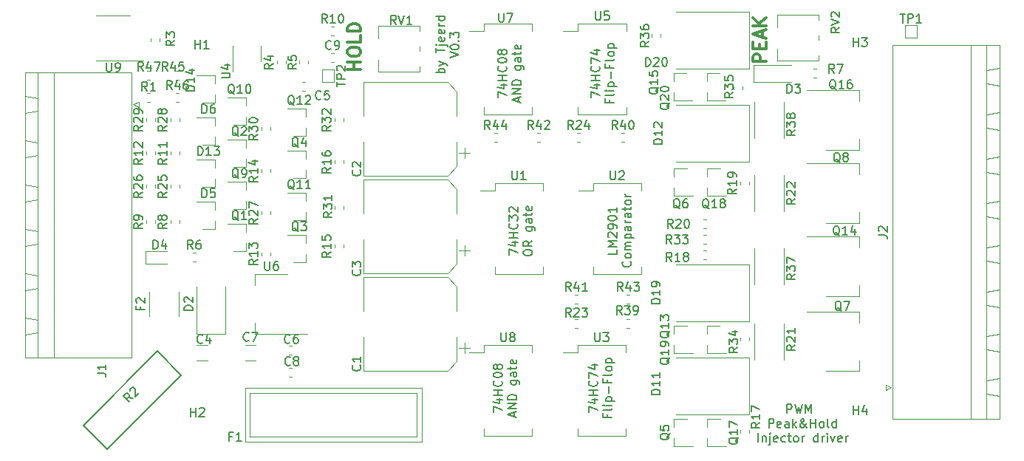
<source format=gbr>
G04 #@! TF.GenerationSoftware,KiCad,Pcbnew,5.1.6-c6e7f7d~87~ubuntu18.04.1*
G04 #@! TF.CreationDate,2020-08-27T22:21:22+02:00*
G04 #@! TF.ProjectId,PeakHoldPWMDriver,5065616b-486f-46c6-9450-574d44726976,rev?*
G04 #@! TF.SameCoordinates,Original*
G04 #@! TF.FileFunction,Legend,Top*
G04 #@! TF.FilePolarity,Positive*
%FSLAX46Y46*%
G04 Gerber Fmt 4.6, Leading zero omitted, Abs format (unit mm)*
G04 Created by KiCad (PCBNEW 5.1.6-c6e7f7d~87~ubuntu18.04.1) date 2020-08-27 22:21:22*
%MOMM*%
%LPD*%
G01*
G04 APERTURE LIST*
%ADD10C,0.150000*%
%ADD11C,0.300000*%
%ADD12C,0.120000*%
G04 APERTURE END LIST*
D10*
X159409380Y-112005714D02*
X159409380Y-111339047D01*
X160409380Y-111767619D01*
X159742714Y-110529523D02*
X160409380Y-110529523D01*
X159361761Y-110767619D02*
X160076047Y-111005714D01*
X160076047Y-110386666D01*
X160409380Y-110005714D02*
X159409380Y-110005714D01*
X159885571Y-110005714D02*
X159885571Y-109434285D01*
X160409380Y-109434285D02*
X159409380Y-109434285D01*
X160314142Y-108386666D02*
X160361761Y-108434285D01*
X160409380Y-108577142D01*
X160409380Y-108672380D01*
X160361761Y-108815238D01*
X160266523Y-108910476D01*
X160171285Y-108958095D01*
X159980809Y-109005714D01*
X159837952Y-109005714D01*
X159647476Y-108958095D01*
X159552238Y-108910476D01*
X159457000Y-108815238D01*
X159409380Y-108672380D01*
X159409380Y-108577142D01*
X159457000Y-108434285D01*
X159504619Y-108386666D01*
X159409380Y-107767619D02*
X159409380Y-107672380D01*
X159457000Y-107577142D01*
X159504619Y-107529523D01*
X159599857Y-107481904D01*
X159790333Y-107434285D01*
X160028428Y-107434285D01*
X160218904Y-107481904D01*
X160314142Y-107529523D01*
X160361761Y-107577142D01*
X160409380Y-107672380D01*
X160409380Y-107767619D01*
X160361761Y-107862857D01*
X160314142Y-107910476D01*
X160218904Y-107958095D01*
X160028428Y-108005714D01*
X159790333Y-108005714D01*
X159599857Y-107958095D01*
X159504619Y-107910476D01*
X159457000Y-107862857D01*
X159409380Y-107767619D01*
X159837952Y-106862857D02*
X159790333Y-106958095D01*
X159742714Y-107005714D01*
X159647476Y-107053333D01*
X159599857Y-107053333D01*
X159504619Y-107005714D01*
X159457000Y-106958095D01*
X159409380Y-106862857D01*
X159409380Y-106672380D01*
X159457000Y-106577142D01*
X159504619Y-106529523D01*
X159599857Y-106481904D01*
X159647476Y-106481904D01*
X159742714Y-106529523D01*
X159790333Y-106577142D01*
X159837952Y-106672380D01*
X159837952Y-106862857D01*
X159885571Y-106958095D01*
X159933190Y-107005714D01*
X160028428Y-107053333D01*
X160218904Y-107053333D01*
X160314142Y-107005714D01*
X160361761Y-106958095D01*
X160409380Y-106862857D01*
X160409380Y-106672380D01*
X160361761Y-106577142D01*
X160314142Y-106529523D01*
X160218904Y-106481904D01*
X160028428Y-106481904D01*
X159933190Y-106529523D01*
X159885571Y-106577142D01*
X159837952Y-106672380D01*
X161773666Y-112481904D02*
X161773666Y-112005714D01*
X162059380Y-112577142D02*
X161059380Y-112243809D01*
X162059380Y-111910476D01*
X162059380Y-111577142D02*
X161059380Y-111577142D01*
X162059380Y-111005714D01*
X161059380Y-111005714D01*
X162059380Y-110529523D02*
X161059380Y-110529523D01*
X161059380Y-110291428D01*
X161107000Y-110148571D01*
X161202238Y-110053333D01*
X161297476Y-110005714D01*
X161487952Y-109958095D01*
X161630809Y-109958095D01*
X161821285Y-110005714D01*
X161916523Y-110053333D01*
X162011761Y-110148571D01*
X162059380Y-110291428D01*
X162059380Y-110529523D01*
X161392714Y-108339047D02*
X162202238Y-108339047D01*
X162297476Y-108386666D01*
X162345095Y-108434285D01*
X162392714Y-108529523D01*
X162392714Y-108672380D01*
X162345095Y-108767619D01*
X162011761Y-108339047D02*
X162059380Y-108434285D01*
X162059380Y-108624761D01*
X162011761Y-108720000D01*
X161964142Y-108767619D01*
X161868904Y-108815238D01*
X161583190Y-108815238D01*
X161487952Y-108767619D01*
X161440333Y-108720000D01*
X161392714Y-108624761D01*
X161392714Y-108434285D01*
X161440333Y-108339047D01*
X162059380Y-107434285D02*
X161535571Y-107434285D01*
X161440333Y-107481904D01*
X161392714Y-107577142D01*
X161392714Y-107767619D01*
X161440333Y-107862857D01*
X162011761Y-107434285D02*
X162059380Y-107529523D01*
X162059380Y-107767619D01*
X162011761Y-107862857D01*
X161916523Y-107910476D01*
X161821285Y-107910476D01*
X161726047Y-107862857D01*
X161678428Y-107767619D01*
X161678428Y-107529523D01*
X161630809Y-107434285D01*
X161392714Y-107100952D02*
X161392714Y-106720000D01*
X161059380Y-106958095D02*
X161916523Y-106958095D01*
X162011761Y-106910476D01*
X162059380Y-106815238D01*
X162059380Y-106720000D01*
X162011761Y-106005714D02*
X162059380Y-106100952D01*
X162059380Y-106291428D01*
X162011761Y-106386666D01*
X161916523Y-106434285D01*
X161535571Y-106434285D01*
X161440333Y-106386666D01*
X161392714Y-106291428D01*
X161392714Y-106100952D01*
X161440333Y-106005714D01*
X161535571Y-105958095D01*
X161630809Y-105958095D01*
X161726047Y-106434285D01*
X193032285Y-112086380D02*
X193032285Y-111086380D01*
X193413238Y-111086380D01*
X193508476Y-111134000D01*
X193556095Y-111181619D01*
X193603714Y-111276857D01*
X193603714Y-111419714D01*
X193556095Y-111514952D01*
X193508476Y-111562571D01*
X193413238Y-111610190D01*
X193032285Y-111610190D01*
X193937047Y-111086380D02*
X194175142Y-112086380D01*
X194365619Y-111372095D01*
X194556095Y-112086380D01*
X194794190Y-111086380D01*
X195175142Y-112086380D02*
X195175142Y-111086380D01*
X195508476Y-111800666D01*
X195841809Y-111086380D01*
X195841809Y-112086380D01*
X190960857Y-113736380D02*
X190960857Y-112736380D01*
X191341809Y-112736380D01*
X191437047Y-112784000D01*
X191484666Y-112831619D01*
X191532285Y-112926857D01*
X191532285Y-113069714D01*
X191484666Y-113164952D01*
X191437047Y-113212571D01*
X191341809Y-113260190D01*
X190960857Y-113260190D01*
X192341809Y-113688761D02*
X192246571Y-113736380D01*
X192056095Y-113736380D01*
X191960857Y-113688761D01*
X191913238Y-113593523D01*
X191913238Y-113212571D01*
X191960857Y-113117333D01*
X192056095Y-113069714D01*
X192246571Y-113069714D01*
X192341809Y-113117333D01*
X192389428Y-113212571D01*
X192389428Y-113307809D01*
X191913238Y-113403047D01*
X193246571Y-113736380D02*
X193246571Y-113212571D01*
X193198952Y-113117333D01*
X193103714Y-113069714D01*
X192913238Y-113069714D01*
X192818000Y-113117333D01*
X193246571Y-113688761D02*
X193151333Y-113736380D01*
X192913238Y-113736380D01*
X192818000Y-113688761D01*
X192770380Y-113593523D01*
X192770380Y-113498285D01*
X192818000Y-113403047D01*
X192913238Y-113355428D01*
X193151333Y-113355428D01*
X193246571Y-113307809D01*
X193722761Y-113736380D02*
X193722761Y-112736380D01*
X193818000Y-113355428D02*
X194103714Y-113736380D01*
X194103714Y-113069714D02*
X193722761Y-113450666D01*
X195341809Y-113736380D02*
X195294190Y-113736380D01*
X195198952Y-113688761D01*
X195056095Y-113545904D01*
X194818000Y-113260190D01*
X194722761Y-113117333D01*
X194675142Y-112974476D01*
X194675142Y-112879238D01*
X194722761Y-112784000D01*
X194818000Y-112736380D01*
X194865619Y-112736380D01*
X194960857Y-112784000D01*
X195008476Y-112879238D01*
X195008476Y-112926857D01*
X194960857Y-113022095D01*
X194913238Y-113069714D01*
X194627523Y-113260190D01*
X194579904Y-113307809D01*
X194532285Y-113403047D01*
X194532285Y-113545904D01*
X194579904Y-113641142D01*
X194627523Y-113688761D01*
X194722761Y-113736380D01*
X194865619Y-113736380D01*
X194960857Y-113688761D01*
X195008476Y-113641142D01*
X195151333Y-113450666D01*
X195198952Y-113307809D01*
X195198952Y-113212571D01*
X195770380Y-113736380D02*
X195770380Y-112736380D01*
X195770380Y-113212571D02*
X196341809Y-113212571D01*
X196341809Y-113736380D02*
X196341809Y-112736380D01*
X196960857Y-113736380D02*
X196865619Y-113688761D01*
X196818000Y-113641142D01*
X196770380Y-113545904D01*
X196770380Y-113260190D01*
X196818000Y-113164952D01*
X196865619Y-113117333D01*
X196960857Y-113069714D01*
X197103714Y-113069714D01*
X197198952Y-113117333D01*
X197246571Y-113164952D01*
X197294190Y-113260190D01*
X197294190Y-113545904D01*
X197246571Y-113641142D01*
X197198952Y-113688761D01*
X197103714Y-113736380D01*
X196960857Y-113736380D01*
X197865619Y-113736380D02*
X197770380Y-113688761D01*
X197722761Y-113593523D01*
X197722761Y-112736380D01*
X198675142Y-113736380D02*
X198675142Y-112736380D01*
X198675142Y-113688761D02*
X198579904Y-113736380D01*
X198389428Y-113736380D01*
X198294190Y-113688761D01*
X198246571Y-113641142D01*
X198198952Y-113545904D01*
X198198952Y-113260190D01*
X198246571Y-113164952D01*
X198294190Y-113117333D01*
X198389428Y-113069714D01*
X198579904Y-113069714D01*
X198675142Y-113117333D01*
X189722761Y-115386380D02*
X189722761Y-114386380D01*
X190198952Y-114719714D02*
X190198952Y-115386380D01*
X190198952Y-114814952D02*
X190246571Y-114767333D01*
X190341809Y-114719714D01*
X190484666Y-114719714D01*
X190579904Y-114767333D01*
X190627523Y-114862571D01*
X190627523Y-115386380D01*
X191103714Y-114719714D02*
X191103714Y-115576857D01*
X191056095Y-115672095D01*
X190960857Y-115719714D01*
X190913238Y-115719714D01*
X191103714Y-114386380D02*
X191056095Y-114434000D01*
X191103714Y-114481619D01*
X191151333Y-114434000D01*
X191103714Y-114386380D01*
X191103714Y-114481619D01*
X191960857Y-115338761D02*
X191865619Y-115386380D01*
X191675142Y-115386380D01*
X191579904Y-115338761D01*
X191532285Y-115243523D01*
X191532285Y-114862571D01*
X191579904Y-114767333D01*
X191675142Y-114719714D01*
X191865619Y-114719714D01*
X191960857Y-114767333D01*
X192008476Y-114862571D01*
X192008476Y-114957809D01*
X191532285Y-115053047D01*
X192865619Y-115338761D02*
X192770380Y-115386380D01*
X192579904Y-115386380D01*
X192484666Y-115338761D01*
X192437047Y-115291142D01*
X192389428Y-115195904D01*
X192389428Y-114910190D01*
X192437047Y-114814952D01*
X192484666Y-114767333D01*
X192579904Y-114719714D01*
X192770380Y-114719714D01*
X192865619Y-114767333D01*
X193151333Y-114719714D02*
X193532285Y-114719714D01*
X193294190Y-114386380D02*
X193294190Y-115243523D01*
X193341809Y-115338761D01*
X193437047Y-115386380D01*
X193532285Y-115386380D01*
X194008476Y-115386380D02*
X193913238Y-115338761D01*
X193865619Y-115291142D01*
X193818000Y-115195904D01*
X193818000Y-114910190D01*
X193865619Y-114814952D01*
X193913238Y-114767333D01*
X194008476Y-114719714D01*
X194151333Y-114719714D01*
X194246571Y-114767333D01*
X194294190Y-114814952D01*
X194341809Y-114910190D01*
X194341809Y-115195904D01*
X194294190Y-115291142D01*
X194246571Y-115338761D01*
X194151333Y-115386380D01*
X194008476Y-115386380D01*
X194770380Y-115386380D02*
X194770380Y-114719714D01*
X194770380Y-114910190D02*
X194818000Y-114814952D01*
X194865619Y-114767333D01*
X194960857Y-114719714D01*
X195056095Y-114719714D01*
X196579904Y-115386380D02*
X196579904Y-114386380D01*
X196579904Y-115338761D02*
X196484666Y-115386380D01*
X196294190Y-115386380D01*
X196198952Y-115338761D01*
X196151333Y-115291142D01*
X196103714Y-115195904D01*
X196103714Y-114910190D01*
X196151333Y-114814952D01*
X196198952Y-114767333D01*
X196294190Y-114719714D01*
X196484666Y-114719714D01*
X196579904Y-114767333D01*
X197056095Y-115386380D02*
X197056095Y-114719714D01*
X197056095Y-114910190D02*
X197103714Y-114814952D01*
X197151333Y-114767333D01*
X197246571Y-114719714D01*
X197341809Y-114719714D01*
X197675142Y-115386380D02*
X197675142Y-114719714D01*
X197675142Y-114386380D02*
X197627523Y-114434000D01*
X197675142Y-114481619D01*
X197722761Y-114434000D01*
X197675142Y-114386380D01*
X197675142Y-114481619D01*
X198056095Y-114719714D02*
X198294190Y-115386380D01*
X198532285Y-114719714D01*
X199294190Y-115338761D02*
X199198952Y-115386380D01*
X199008476Y-115386380D01*
X198913238Y-115338761D01*
X198865619Y-115243523D01*
X198865619Y-114862571D01*
X198913238Y-114767333D01*
X199008476Y-114719714D01*
X199198952Y-114719714D01*
X199294190Y-114767333D01*
X199341809Y-114862571D01*
X199341809Y-114957809D01*
X198865619Y-115053047D01*
X199770380Y-115386380D02*
X199770380Y-114719714D01*
X199770380Y-114910190D02*
X199818000Y-114814952D01*
X199865619Y-114767333D01*
X199960857Y-114719714D01*
X200056095Y-114719714D01*
D11*
X144188571Y-72675428D02*
X142688571Y-72675428D01*
X143402857Y-72675428D02*
X143402857Y-71818285D01*
X144188571Y-71818285D02*
X142688571Y-71818285D01*
X142688571Y-70818285D02*
X142688571Y-70532571D01*
X142760000Y-70389714D01*
X142902857Y-70246857D01*
X143188571Y-70175428D01*
X143688571Y-70175428D01*
X143974285Y-70246857D01*
X144117142Y-70389714D01*
X144188571Y-70532571D01*
X144188571Y-70818285D01*
X144117142Y-70961142D01*
X143974285Y-71104000D01*
X143688571Y-71175428D01*
X143188571Y-71175428D01*
X142902857Y-71104000D01*
X142760000Y-70961142D01*
X142688571Y-70818285D01*
X144188571Y-68818285D02*
X144188571Y-69532571D01*
X142688571Y-69532571D01*
X144188571Y-68318285D02*
X142688571Y-68318285D01*
X142688571Y-67961142D01*
X142760000Y-67746857D01*
X142902857Y-67604000D01*
X143045714Y-67532571D01*
X143331428Y-67461142D01*
X143545714Y-67461142D01*
X143831428Y-67532571D01*
X143974285Y-67604000D01*
X144117142Y-67746857D01*
X144188571Y-67961142D01*
X144188571Y-68318285D01*
D10*
X173523380Y-93352666D02*
X173523380Y-93828857D01*
X172523380Y-93828857D01*
X173523380Y-93019333D02*
X172523380Y-93019333D01*
X173237666Y-92686000D01*
X172523380Y-92352666D01*
X173523380Y-92352666D01*
X172618619Y-91924095D02*
X172571000Y-91876476D01*
X172523380Y-91781238D01*
X172523380Y-91543142D01*
X172571000Y-91447904D01*
X172618619Y-91400285D01*
X172713857Y-91352666D01*
X172809095Y-91352666D01*
X172951952Y-91400285D01*
X173523380Y-91971714D01*
X173523380Y-91352666D01*
X173523380Y-90876476D02*
X173523380Y-90686000D01*
X173475761Y-90590761D01*
X173428142Y-90543142D01*
X173285285Y-90447904D01*
X173094809Y-90400285D01*
X172713857Y-90400285D01*
X172618619Y-90447904D01*
X172571000Y-90495523D01*
X172523380Y-90590761D01*
X172523380Y-90781238D01*
X172571000Y-90876476D01*
X172618619Y-90924095D01*
X172713857Y-90971714D01*
X172951952Y-90971714D01*
X173047190Y-90924095D01*
X173094809Y-90876476D01*
X173142428Y-90781238D01*
X173142428Y-90590761D01*
X173094809Y-90495523D01*
X173047190Y-90447904D01*
X172951952Y-90400285D01*
X172523380Y-89781238D02*
X172523380Y-89686000D01*
X172571000Y-89590761D01*
X172618619Y-89543142D01*
X172713857Y-89495523D01*
X172904333Y-89447904D01*
X173142428Y-89447904D01*
X173332904Y-89495523D01*
X173428142Y-89543142D01*
X173475761Y-89590761D01*
X173523380Y-89686000D01*
X173523380Y-89781238D01*
X173475761Y-89876476D01*
X173428142Y-89924095D01*
X173332904Y-89971714D01*
X173142428Y-90019333D01*
X172904333Y-90019333D01*
X172713857Y-89971714D01*
X172618619Y-89924095D01*
X172571000Y-89876476D01*
X172523380Y-89781238D01*
X173523380Y-88495523D02*
X173523380Y-89066952D01*
X173523380Y-88781238D02*
X172523380Y-88781238D01*
X172666238Y-88876476D01*
X172761476Y-88971714D01*
X172809095Y-89066952D01*
X175078142Y-94709809D02*
X175125761Y-94757428D01*
X175173380Y-94900285D01*
X175173380Y-94995523D01*
X175125761Y-95138380D01*
X175030523Y-95233619D01*
X174935285Y-95281238D01*
X174744809Y-95328857D01*
X174601952Y-95328857D01*
X174411476Y-95281238D01*
X174316238Y-95233619D01*
X174221000Y-95138380D01*
X174173380Y-94995523D01*
X174173380Y-94900285D01*
X174221000Y-94757428D01*
X174268619Y-94709809D01*
X175173380Y-94138380D02*
X175125761Y-94233619D01*
X175078142Y-94281238D01*
X174982904Y-94328857D01*
X174697190Y-94328857D01*
X174601952Y-94281238D01*
X174554333Y-94233619D01*
X174506714Y-94138380D01*
X174506714Y-93995523D01*
X174554333Y-93900285D01*
X174601952Y-93852666D01*
X174697190Y-93805047D01*
X174982904Y-93805047D01*
X175078142Y-93852666D01*
X175125761Y-93900285D01*
X175173380Y-93995523D01*
X175173380Y-94138380D01*
X175173380Y-93376476D02*
X174506714Y-93376476D01*
X174601952Y-93376476D02*
X174554333Y-93328857D01*
X174506714Y-93233619D01*
X174506714Y-93090761D01*
X174554333Y-92995523D01*
X174649571Y-92947904D01*
X175173380Y-92947904D01*
X174649571Y-92947904D02*
X174554333Y-92900285D01*
X174506714Y-92805047D01*
X174506714Y-92662190D01*
X174554333Y-92566952D01*
X174649571Y-92519333D01*
X175173380Y-92519333D01*
X174506714Y-92043142D02*
X175506714Y-92043142D01*
X174554333Y-92043142D02*
X174506714Y-91947904D01*
X174506714Y-91757428D01*
X174554333Y-91662190D01*
X174601952Y-91614571D01*
X174697190Y-91566952D01*
X174982904Y-91566952D01*
X175078142Y-91614571D01*
X175125761Y-91662190D01*
X175173380Y-91757428D01*
X175173380Y-91947904D01*
X175125761Y-92043142D01*
X175173380Y-90709809D02*
X174649571Y-90709809D01*
X174554333Y-90757428D01*
X174506714Y-90852666D01*
X174506714Y-91043142D01*
X174554333Y-91138380D01*
X175125761Y-90709809D02*
X175173380Y-90805047D01*
X175173380Y-91043142D01*
X175125761Y-91138380D01*
X175030523Y-91186000D01*
X174935285Y-91186000D01*
X174840047Y-91138380D01*
X174792428Y-91043142D01*
X174792428Y-90805047D01*
X174744809Y-90709809D01*
X175173380Y-90233619D02*
X174506714Y-90233619D01*
X174697190Y-90233619D02*
X174601952Y-90186000D01*
X174554333Y-90138380D01*
X174506714Y-90043142D01*
X174506714Y-89947904D01*
X175173380Y-89186000D02*
X174649571Y-89186000D01*
X174554333Y-89233619D01*
X174506714Y-89328857D01*
X174506714Y-89519333D01*
X174554333Y-89614571D01*
X175125761Y-89186000D02*
X175173380Y-89281238D01*
X175173380Y-89519333D01*
X175125761Y-89614571D01*
X175030523Y-89662190D01*
X174935285Y-89662190D01*
X174840047Y-89614571D01*
X174792428Y-89519333D01*
X174792428Y-89281238D01*
X174744809Y-89186000D01*
X174506714Y-88852666D02*
X174506714Y-88471714D01*
X174173380Y-88709809D02*
X175030523Y-88709809D01*
X175125761Y-88662190D01*
X175173380Y-88566952D01*
X175173380Y-88471714D01*
X175173380Y-87995523D02*
X175125761Y-88090761D01*
X175078142Y-88138380D01*
X174982904Y-88186000D01*
X174697190Y-88186000D01*
X174601952Y-88138380D01*
X174554333Y-88090761D01*
X174506714Y-87995523D01*
X174506714Y-87852666D01*
X174554333Y-87757428D01*
X174601952Y-87709809D01*
X174697190Y-87662190D01*
X174982904Y-87662190D01*
X175078142Y-87709809D01*
X175125761Y-87757428D01*
X175173380Y-87852666D01*
X175173380Y-87995523D01*
X175173380Y-87233619D02*
X174506714Y-87233619D01*
X174697190Y-87233619D02*
X174601952Y-87186000D01*
X174554333Y-87138380D01*
X174506714Y-87043142D01*
X174506714Y-86947904D01*
X161187380Y-93971714D02*
X161187380Y-93305047D01*
X162187380Y-93733619D01*
X161520714Y-92495523D02*
X162187380Y-92495523D01*
X161139761Y-92733619D02*
X161854047Y-92971714D01*
X161854047Y-92352666D01*
X162187380Y-91971714D02*
X161187380Y-91971714D01*
X161663571Y-91971714D02*
X161663571Y-91400285D01*
X162187380Y-91400285D02*
X161187380Y-91400285D01*
X162092142Y-90352666D02*
X162139761Y-90400285D01*
X162187380Y-90543142D01*
X162187380Y-90638380D01*
X162139761Y-90781238D01*
X162044523Y-90876476D01*
X161949285Y-90924095D01*
X161758809Y-90971714D01*
X161615952Y-90971714D01*
X161425476Y-90924095D01*
X161330238Y-90876476D01*
X161235000Y-90781238D01*
X161187380Y-90638380D01*
X161187380Y-90543142D01*
X161235000Y-90400285D01*
X161282619Y-90352666D01*
X161187380Y-90019333D02*
X161187380Y-89400285D01*
X161568333Y-89733619D01*
X161568333Y-89590761D01*
X161615952Y-89495523D01*
X161663571Y-89447904D01*
X161758809Y-89400285D01*
X161996904Y-89400285D01*
X162092142Y-89447904D01*
X162139761Y-89495523D01*
X162187380Y-89590761D01*
X162187380Y-89876476D01*
X162139761Y-89971714D01*
X162092142Y-90019333D01*
X161282619Y-89019333D02*
X161235000Y-88971714D01*
X161187380Y-88876476D01*
X161187380Y-88638380D01*
X161235000Y-88543142D01*
X161282619Y-88495523D01*
X161377857Y-88447904D01*
X161473095Y-88447904D01*
X161615952Y-88495523D01*
X162187380Y-89066952D01*
X162187380Y-88447904D01*
X162837380Y-93781238D02*
X162837380Y-93590761D01*
X162885000Y-93495523D01*
X162980238Y-93400285D01*
X163170714Y-93352666D01*
X163504047Y-93352666D01*
X163694523Y-93400285D01*
X163789761Y-93495523D01*
X163837380Y-93590761D01*
X163837380Y-93781238D01*
X163789761Y-93876476D01*
X163694523Y-93971714D01*
X163504047Y-94019333D01*
X163170714Y-94019333D01*
X162980238Y-93971714D01*
X162885000Y-93876476D01*
X162837380Y-93781238D01*
X163837380Y-92352666D02*
X163361190Y-92686000D01*
X163837380Y-92924095D02*
X162837380Y-92924095D01*
X162837380Y-92543142D01*
X162885000Y-92447904D01*
X162932619Y-92400285D01*
X163027857Y-92352666D01*
X163170714Y-92352666D01*
X163265952Y-92400285D01*
X163313571Y-92447904D01*
X163361190Y-92543142D01*
X163361190Y-92924095D01*
X163170714Y-90733619D02*
X163980238Y-90733619D01*
X164075476Y-90781238D01*
X164123095Y-90828857D01*
X164170714Y-90924095D01*
X164170714Y-91066952D01*
X164123095Y-91162190D01*
X163789761Y-90733619D02*
X163837380Y-90828857D01*
X163837380Y-91019333D01*
X163789761Y-91114571D01*
X163742142Y-91162190D01*
X163646904Y-91209809D01*
X163361190Y-91209809D01*
X163265952Y-91162190D01*
X163218333Y-91114571D01*
X163170714Y-91019333D01*
X163170714Y-90828857D01*
X163218333Y-90733619D01*
X163837380Y-89828857D02*
X163313571Y-89828857D01*
X163218333Y-89876476D01*
X163170714Y-89971714D01*
X163170714Y-90162190D01*
X163218333Y-90257428D01*
X163789761Y-89828857D02*
X163837380Y-89924095D01*
X163837380Y-90162190D01*
X163789761Y-90257428D01*
X163694523Y-90305047D01*
X163599285Y-90305047D01*
X163504047Y-90257428D01*
X163456428Y-90162190D01*
X163456428Y-89924095D01*
X163408809Y-89828857D01*
X163170714Y-89495523D02*
X163170714Y-89114571D01*
X162837380Y-89352666D02*
X163694523Y-89352666D01*
X163789761Y-89305047D01*
X163837380Y-89209809D01*
X163837380Y-89114571D01*
X163789761Y-88400285D02*
X163837380Y-88495523D01*
X163837380Y-88686000D01*
X163789761Y-88781238D01*
X163694523Y-88828857D01*
X163313571Y-88828857D01*
X163218333Y-88781238D01*
X163170714Y-88686000D01*
X163170714Y-88495523D01*
X163218333Y-88400285D01*
X163313571Y-88352666D01*
X163408809Y-88352666D01*
X163504047Y-88828857D01*
X159917380Y-75937714D02*
X159917380Y-75271047D01*
X160917380Y-75699619D01*
X160250714Y-74461523D02*
X160917380Y-74461523D01*
X159869761Y-74699619D02*
X160584047Y-74937714D01*
X160584047Y-74318666D01*
X160917380Y-73937714D02*
X159917380Y-73937714D01*
X160393571Y-73937714D02*
X160393571Y-73366285D01*
X160917380Y-73366285D02*
X159917380Y-73366285D01*
X160822142Y-72318666D02*
X160869761Y-72366285D01*
X160917380Y-72509142D01*
X160917380Y-72604380D01*
X160869761Y-72747238D01*
X160774523Y-72842476D01*
X160679285Y-72890095D01*
X160488809Y-72937714D01*
X160345952Y-72937714D01*
X160155476Y-72890095D01*
X160060238Y-72842476D01*
X159965000Y-72747238D01*
X159917380Y-72604380D01*
X159917380Y-72509142D01*
X159965000Y-72366285D01*
X160012619Y-72318666D01*
X159917380Y-71699619D02*
X159917380Y-71604380D01*
X159965000Y-71509142D01*
X160012619Y-71461523D01*
X160107857Y-71413904D01*
X160298333Y-71366285D01*
X160536428Y-71366285D01*
X160726904Y-71413904D01*
X160822142Y-71461523D01*
X160869761Y-71509142D01*
X160917380Y-71604380D01*
X160917380Y-71699619D01*
X160869761Y-71794857D01*
X160822142Y-71842476D01*
X160726904Y-71890095D01*
X160536428Y-71937714D01*
X160298333Y-71937714D01*
X160107857Y-71890095D01*
X160012619Y-71842476D01*
X159965000Y-71794857D01*
X159917380Y-71699619D01*
X160345952Y-70794857D02*
X160298333Y-70890095D01*
X160250714Y-70937714D01*
X160155476Y-70985333D01*
X160107857Y-70985333D01*
X160012619Y-70937714D01*
X159965000Y-70890095D01*
X159917380Y-70794857D01*
X159917380Y-70604380D01*
X159965000Y-70509142D01*
X160012619Y-70461523D01*
X160107857Y-70413904D01*
X160155476Y-70413904D01*
X160250714Y-70461523D01*
X160298333Y-70509142D01*
X160345952Y-70604380D01*
X160345952Y-70794857D01*
X160393571Y-70890095D01*
X160441190Y-70937714D01*
X160536428Y-70985333D01*
X160726904Y-70985333D01*
X160822142Y-70937714D01*
X160869761Y-70890095D01*
X160917380Y-70794857D01*
X160917380Y-70604380D01*
X160869761Y-70509142D01*
X160822142Y-70461523D01*
X160726904Y-70413904D01*
X160536428Y-70413904D01*
X160441190Y-70461523D01*
X160393571Y-70509142D01*
X160345952Y-70604380D01*
X162281666Y-76413904D02*
X162281666Y-75937714D01*
X162567380Y-76509142D02*
X161567380Y-76175809D01*
X162567380Y-75842476D01*
X162567380Y-75509142D02*
X161567380Y-75509142D01*
X162567380Y-74937714D01*
X161567380Y-74937714D01*
X162567380Y-74461523D02*
X161567380Y-74461523D01*
X161567380Y-74223428D01*
X161615000Y-74080571D01*
X161710238Y-73985333D01*
X161805476Y-73937714D01*
X161995952Y-73890095D01*
X162138809Y-73890095D01*
X162329285Y-73937714D01*
X162424523Y-73985333D01*
X162519761Y-74080571D01*
X162567380Y-74223428D01*
X162567380Y-74461523D01*
X161900714Y-72271047D02*
X162710238Y-72271047D01*
X162805476Y-72318666D01*
X162853095Y-72366285D01*
X162900714Y-72461523D01*
X162900714Y-72604380D01*
X162853095Y-72699619D01*
X162519761Y-72271047D02*
X162567380Y-72366285D01*
X162567380Y-72556761D01*
X162519761Y-72652000D01*
X162472142Y-72699619D01*
X162376904Y-72747238D01*
X162091190Y-72747238D01*
X161995952Y-72699619D01*
X161948333Y-72652000D01*
X161900714Y-72556761D01*
X161900714Y-72366285D01*
X161948333Y-72271047D01*
X162567380Y-71366285D02*
X162043571Y-71366285D01*
X161948333Y-71413904D01*
X161900714Y-71509142D01*
X161900714Y-71699619D01*
X161948333Y-71794857D01*
X162519761Y-71366285D02*
X162567380Y-71461523D01*
X162567380Y-71699619D01*
X162519761Y-71794857D01*
X162424523Y-71842476D01*
X162329285Y-71842476D01*
X162234047Y-71794857D01*
X162186428Y-71699619D01*
X162186428Y-71461523D01*
X162138809Y-71366285D01*
X161900714Y-71032952D02*
X161900714Y-70652000D01*
X161567380Y-70890095D02*
X162424523Y-70890095D01*
X162519761Y-70842476D01*
X162567380Y-70747238D01*
X162567380Y-70652000D01*
X162519761Y-69937714D02*
X162567380Y-70032952D01*
X162567380Y-70223428D01*
X162519761Y-70318666D01*
X162424523Y-70366285D01*
X162043571Y-70366285D01*
X161948333Y-70318666D01*
X161900714Y-70223428D01*
X161900714Y-70032952D01*
X161948333Y-69937714D01*
X162043571Y-69890095D01*
X162138809Y-69890095D01*
X162234047Y-70366285D01*
X170331380Y-112005714D02*
X170331380Y-111339047D01*
X171331380Y-111767619D01*
X170664714Y-110529523D02*
X171331380Y-110529523D01*
X170283761Y-110767619D02*
X170998047Y-111005714D01*
X170998047Y-110386666D01*
X171331380Y-110005714D02*
X170331380Y-110005714D01*
X170807571Y-110005714D02*
X170807571Y-109434285D01*
X171331380Y-109434285D02*
X170331380Y-109434285D01*
X171236142Y-108386666D02*
X171283761Y-108434285D01*
X171331380Y-108577142D01*
X171331380Y-108672380D01*
X171283761Y-108815238D01*
X171188523Y-108910476D01*
X171093285Y-108958095D01*
X170902809Y-109005714D01*
X170759952Y-109005714D01*
X170569476Y-108958095D01*
X170474238Y-108910476D01*
X170379000Y-108815238D01*
X170331380Y-108672380D01*
X170331380Y-108577142D01*
X170379000Y-108434285D01*
X170426619Y-108386666D01*
X170331380Y-108053333D02*
X170331380Y-107386666D01*
X171331380Y-107815238D01*
X170664714Y-106577142D02*
X171331380Y-106577142D01*
X170283761Y-106815238D02*
X170998047Y-107053333D01*
X170998047Y-106434285D01*
X172457571Y-112243809D02*
X172457571Y-112577142D01*
X172981380Y-112577142D02*
X171981380Y-112577142D01*
X171981380Y-112100952D01*
X172981380Y-111577142D02*
X172933761Y-111672380D01*
X172838523Y-111720000D01*
X171981380Y-111720000D01*
X172981380Y-111196190D02*
X172314714Y-111196190D01*
X171981380Y-111196190D02*
X172029000Y-111243809D01*
X172076619Y-111196190D01*
X172029000Y-111148571D01*
X171981380Y-111196190D01*
X172076619Y-111196190D01*
X172314714Y-110720000D02*
X173314714Y-110720000D01*
X172362333Y-110720000D02*
X172314714Y-110624761D01*
X172314714Y-110434285D01*
X172362333Y-110339047D01*
X172409952Y-110291428D01*
X172505190Y-110243809D01*
X172790904Y-110243809D01*
X172886142Y-110291428D01*
X172933761Y-110339047D01*
X172981380Y-110434285D01*
X172981380Y-110624761D01*
X172933761Y-110720000D01*
X172600428Y-109815238D02*
X172600428Y-109053333D01*
X172457571Y-108243809D02*
X172457571Y-108577142D01*
X172981380Y-108577142D02*
X171981380Y-108577142D01*
X171981380Y-108100952D01*
X172981380Y-107577142D02*
X172933761Y-107672380D01*
X172838523Y-107720000D01*
X171981380Y-107720000D01*
X172981380Y-107053333D02*
X172933761Y-107148571D01*
X172886142Y-107196190D01*
X172790904Y-107243809D01*
X172505190Y-107243809D01*
X172409952Y-107196190D01*
X172362333Y-107148571D01*
X172314714Y-107053333D01*
X172314714Y-106910476D01*
X172362333Y-106815238D01*
X172409952Y-106767619D01*
X172505190Y-106720000D01*
X172790904Y-106720000D01*
X172886142Y-106767619D01*
X172933761Y-106815238D01*
X172981380Y-106910476D01*
X172981380Y-107053333D01*
X172314714Y-106291428D02*
X173314714Y-106291428D01*
X172362333Y-106291428D02*
X172314714Y-106196190D01*
X172314714Y-106005714D01*
X172362333Y-105910476D01*
X172409952Y-105862857D01*
X172505190Y-105815238D01*
X172790904Y-105815238D01*
X172886142Y-105862857D01*
X172933761Y-105910476D01*
X172981380Y-106005714D01*
X172981380Y-106196190D01*
X172933761Y-106291428D01*
X170585380Y-75937714D02*
X170585380Y-75271047D01*
X171585380Y-75699619D01*
X170918714Y-74461523D02*
X171585380Y-74461523D01*
X170537761Y-74699619D02*
X171252047Y-74937714D01*
X171252047Y-74318666D01*
X171585380Y-73937714D02*
X170585380Y-73937714D01*
X171061571Y-73937714D02*
X171061571Y-73366285D01*
X171585380Y-73366285D02*
X170585380Y-73366285D01*
X171490142Y-72318666D02*
X171537761Y-72366285D01*
X171585380Y-72509142D01*
X171585380Y-72604380D01*
X171537761Y-72747238D01*
X171442523Y-72842476D01*
X171347285Y-72890095D01*
X171156809Y-72937714D01*
X171013952Y-72937714D01*
X170823476Y-72890095D01*
X170728238Y-72842476D01*
X170633000Y-72747238D01*
X170585380Y-72604380D01*
X170585380Y-72509142D01*
X170633000Y-72366285D01*
X170680619Y-72318666D01*
X170585380Y-71985333D02*
X170585380Y-71318666D01*
X171585380Y-71747238D01*
X170918714Y-70509142D02*
X171585380Y-70509142D01*
X170537761Y-70747238D02*
X171252047Y-70985333D01*
X171252047Y-70366285D01*
X172711571Y-76175809D02*
X172711571Y-76509142D01*
X173235380Y-76509142D02*
X172235380Y-76509142D01*
X172235380Y-76032952D01*
X173235380Y-75509142D02*
X173187761Y-75604380D01*
X173092523Y-75652000D01*
X172235380Y-75652000D01*
X173235380Y-75128190D02*
X172568714Y-75128190D01*
X172235380Y-75128190D02*
X172283000Y-75175809D01*
X172330619Y-75128190D01*
X172283000Y-75080571D01*
X172235380Y-75128190D01*
X172330619Y-75128190D01*
X172568714Y-74652000D02*
X173568714Y-74652000D01*
X172616333Y-74652000D02*
X172568714Y-74556761D01*
X172568714Y-74366285D01*
X172616333Y-74271047D01*
X172663952Y-74223428D01*
X172759190Y-74175809D01*
X173044904Y-74175809D01*
X173140142Y-74223428D01*
X173187761Y-74271047D01*
X173235380Y-74366285D01*
X173235380Y-74556761D01*
X173187761Y-74652000D01*
X172854428Y-73747238D02*
X172854428Y-72985333D01*
X172711571Y-72175809D02*
X172711571Y-72509142D01*
X173235380Y-72509142D02*
X172235380Y-72509142D01*
X172235380Y-72032952D01*
X173235380Y-71509142D02*
X173187761Y-71604380D01*
X173092523Y-71652000D01*
X172235380Y-71652000D01*
X173235380Y-70985333D02*
X173187761Y-71080571D01*
X173140142Y-71128190D01*
X173044904Y-71175809D01*
X172759190Y-71175809D01*
X172663952Y-71128190D01*
X172616333Y-71080571D01*
X172568714Y-70985333D01*
X172568714Y-70842476D01*
X172616333Y-70747238D01*
X172663952Y-70699619D01*
X172759190Y-70652000D01*
X173044904Y-70652000D01*
X173140142Y-70699619D01*
X173187761Y-70747238D01*
X173235380Y-70842476D01*
X173235380Y-70985333D01*
X172568714Y-70223428D02*
X173568714Y-70223428D01*
X172616333Y-70223428D02*
X172568714Y-70128190D01*
X172568714Y-69937714D01*
X172616333Y-69842476D01*
X172663952Y-69794857D01*
X172759190Y-69747238D01*
X173044904Y-69747238D01*
X173140142Y-69794857D01*
X173187761Y-69842476D01*
X173235380Y-69937714D01*
X173235380Y-70128190D01*
X173187761Y-70223428D01*
X153805380Y-73064285D02*
X152805380Y-73064285D01*
X153186333Y-73064285D02*
X153138714Y-72969047D01*
X153138714Y-72778571D01*
X153186333Y-72683333D01*
X153233952Y-72635714D01*
X153329190Y-72588095D01*
X153614904Y-72588095D01*
X153710142Y-72635714D01*
X153757761Y-72683333D01*
X153805380Y-72778571D01*
X153805380Y-72969047D01*
X153757761Y-73064285D01*
X153138714Y-72254761D02*
X153805380Y-72016666D01*
X153138714Y-71778571D02*
X153805380Y-72016666D01*
X154043476Y-72111904D01*
X154091095Y-72159523D01*
X154138714Y-72254761D01*
X152805380Y-70778571D02*
X152805380Y-70207142D01*
X153805380Y-70492857D02*
X152805380Y-70492857D01*
X153138714Y-69873809D02*
X153995857Y-69873809D01*
X154091095Y-69921428D01*
X154138714Y-70016666D01*
X154138714Y-70064285D01*
X152805380Y-69873809D02*
X152853000Y-69921428D01*
X152900619Y-69873809D01*
X152853000Y-69826190D01*
X152805380Y-69873809D01*
X152900619Y-69873809D01*
X153757761Y-69016666D02*
X153805380Y-69111904D01*
X153805380Y-69302380D01*
X153757761Y-69397619D01*
X153662523Y-69445238D01*
X153281571Y-69445238D01*
X153186333Y-69397619D01*
X153138714Y-69302380D01*
X153138714Y-69111904D01*
X153186333Y-69016666D01*
X153281571Y-68969047D01*
X153376809Y-68969047D01*
X153472047Y-69445238D01*
X153757761Y-68159523D02*
X153805380Y-68254761D01*
X153805380Y-68445238D01*
X153757761Y-68540476D01*
X153662523Y-68588095D01*
X153281571Y-68588095D01*
X153186333Y-68540476D01*
X153138714Y-68445238D01*
X153138714Y-68254761D01*
X153186333Y-68159523D01*
X153281571Y-68111904D01*
X153376809Y-68111904D01*
X153472047Y-68588095D01*
X153805380Y-67683333D02*
X153138714Y-67683333D01*
X153329190Y-67683333D02*
X153233952Y-67635714D01*
X153186333Y-67588095D01*
X153138714Y-67492857D01*
X153138714Y-67397619D01*
X153805380Y-66635714D02*
X152805380Y-66635714D01*
X153757761Y-66635714D02*
X153805380Y-66730952D01*
X153805380Y-66921428D01*
X153757761Y-67016666D01*
X153710142Y-67064285D01*
X153614904Y-67111904D01*
X153329190Y-67111904D01*
X153233952Y-67064285D01*
X153186333Y-67016666D01*
X153138714Y-66921428D01*
X153138714Y-66730952D01*
X153186333Y-66635714D01*
X154455380Y-71373809D02*
X155455380Y-71040476D01*
X154455380Y-70707142D01*
X154455380Y-70183333D02*
X154455380Y-70088095D01*
X154503000Y-69992857D01*
X154550619Y-69945238D01*
X154645857Y-69897619D01*
X154836333Y-69850000D01*
X155074428Y-69850000D01*
X155264904Y-69897619D01*
X155360142Y-69945238D01*
X155407761Y-69992857D01*
X155455380Y-70088095D01*
X155455380Y-70183333D01*
X155407761Y-70278571D01*
X155360142Y-70326190D01*
X155264904Y-70373809D01*
X155074428Y-70421428D01*
X154836333Y-70421428D01*
X154645857Y-70373809D01*
X154550619Y-70326190D01*
X154503000Y-70278571D01*
X154455380Y-70183333D01*
X155360142Y-69421428D02*
X155407761Y-69373809D01*
X155455380Y-69421428D01*
X155407761Y-69469047D01*
X155360142Y-69421428D01*
X155455380Y-69421428D01*
X154455380Y-69040476D02*
X154455380Y-68421428D01*
X154836333Y-68754761D01*
X154836333Y-68611904D01*
X154883952Y-68516666D01*
X154931571Y-68469047D01*
X155026809Y-68421428D01*
X155264904Y-68421428D01*
X155360142Y-68469047D01*
X155407761Y-68516666D01*
X155455380Y-68611904D01*
X155455380Y-68897619D01*
X155407761Y-68992857D01*
X155360142Y-69040476D01*
D11*
X190670571Y-71806285D02*
X189170571Y-71806285D01*
X189170571Y-71234857D01*
X189242000Y-71092000D01*
X189313428Y-71020571D01*
X189456285Y-70949142D01*
X189670571Y-70949142D01*
X189813428Y-71020571D01*
X189884857Y-71092000D01*
X189956285Y-71234857D01*
X189956285Y-71806285D01*
X189884857Y-70306285D02*
X189884857Y-69806285D01*
X190670571Y-69592000D02*
X190670571Y-70306285D01*
X189170571Y-70306285D01*
X189170571Y-69592000D01*
X190242000Y-69020571D02*
X190242000Y-68306285D01*
X190670571Y-69163428D02*
X189170571Y-68663428D01*
X190670571Y-68163428D01*
X190670571Y-67663428D02*
X189170571Y-67663428D01*
X190670571Y-66806285D02*
X189813428Y-67449142D01*
X189170571Y-66806285D02*
X190027714Y-67663428D01*
D12*
X115824000Y-71648000D02*
X119274000Y-71648000D01*
X115824000Y-71648000D02*
X113874000Y-71648000D01*
X115824000Y-66528000D02*
X117774000Y-66528000D01*
X115824000Y-66528000D02*
X113874000Y-66528000D01*
X127506000Y-90988000D02*
X127506000Y-90058000D01*
X127506000Y-87828000D02*
X127506000Y-88758000D01*
X127506000Y-87828000D02*
X125346000Y-87828000D01*
X127506000Y-90988000D02*
X126046000Y-90988000D01*
X120050779Y-72896000D02*
X119725221Y-72896000D01*
X120050779Y-73916000D02*
X119725221Y-73916000D01*
X123027221Y-76456000D02*
X123352779Y-76456000D01*
X123027221Y-75436000D02*
X123352779Y-75436000D01*
X123352779Y-72896000D02*
X123027221Y-72896000D01*
X123352779Y-73916000D02*
X123027221Y-73916000D01*
X120050779Y-75436000D02*
X119725221Y-75436000D01*
X120050779Y-76456000D02*
X119725221Y-76456000D01*
X183813267Y-91692000D02*
X183470733Y-91692000D01*
X183813267Y-92712000D02*
X183470733Y-92712000D01*
X188696000Y-105716000D02*
X188696000Y-112216000D01*
X188696000Y-105716000D02*
X180296000Y-105716000D01*
X188696000Y-112216000D02*
X180296000Y-112216000D01*
X180104000Y-102052000D02*
X180104000Y-102982000D01*
X180104000Y-105212000D02*
X180104000Y-104282000D01*
X180104000Y-105212000D02*
X182264000Y-105212000D01*
X180104000Y-102052000D02*
X181564000Y-102052000D01*
X183882000Y-73096000D02*
X185342000Y-73096000D01*
X183882000Y-76256000D02*
X186042000Y-76256000D01*
X183882000Y-76256000D02*
X183882000Y-75326000D01*
X183882000Y-73096000D02*
X183882000Y-74026000D01*
X183914000Y-84018000D02*
X183914000Y-84948000D01*
X183914000Y-87178000D02*
X183914000Y-86248000D01*
X183914000Y-87178000D02*
X186074000Y-87178000D01*
X183914000Y-84018000D02*
X185374000Y-84018000D01*
X180072000Y-73096000D02*
X180072000Y-74026000D01*
X180072000Y-76256000D02*
X180072000Y-75326000D01*
X180072000Y-76256000D02*
X182232000Y-76256000D01*
X180072000Y-73096000D02*
X181532000Y-73096000D01*
X180104000Y-84018000D02*
X180104000Y-84948000D01*
X180104000Y-87178000D02*
X180104000Y-86248000D01*
X180104000Y-87178000D02*
X182264000Y-87178000D01*
X180104000Y-84018000D02*
X181564000Y-84018000D01*
X183898000Y-102052000D02*
X183898000Y-102982000D01*
X183898000Y-105212000D02*
X183898000Y-104282000D01*
X183898000Y-105212000D02*
X186058000Y-105212000D01*
X183898000Y-102052000D02*
X185358000Y-102052000D01*
X183914000Y-112720000D02*
X183914000Y-113650000D01*
X183914000Y-115880000D02*
X183914000Y-114950000D01*
X183914000Y-115880000D02*
X186074000Y-115880000D01*
X183914000Y-112720000D02*
X185374000Y-112720000D01*
X180104000Y-112720000D02*
X180104000Y-113650000D01*
X180104000Y-115880000D02*
X180104000Y-114950000D01*
X180104000Y-115880000D02*
X182264000Y-115880000D01*
X180104000Y-112720000D02*
X181564000Y-112720000D01*
X159481733Y-81028000D02*
X159824267Y-81028000D01*
X159481733Y-80008000D02*
X159824267Y-80008000D01*
X174693733Y-99570000D02*
X175036267Y-99570000D01*
X174693733Y-98550000D02*
X175036267Y-98550000D01*
X164420733Y-81028000D02*
X164763267Y-81028000D01*
X164420733Y-80008000D02*
X164763267Y-80008000D01*
X168738733Y-99570000D02*
X169081267Y-99570000D01*
X168738733Y-98550000D02*
X169081267Y-98550000D01*
X137920000Y-89972000D02*
X137920000Y-89042000D01*
X137920000Y-86812000D02*
X137920000Y-87742000D01*
X137920000Y-86812000D02*
X135760000Y-86812000D01*
X137920000Y-89972000D02*
X136460000Y-89972000D01*
X137920000Y-80320000D02*
X137920000Y-79390000D01*
X137920000Y-77160000D02*
X137920000Y-78090000D01*
X137920000Y-77160000D02*
X135760000Y-77160000D01*
X137920000Y-80320000D02*
X136460000Y-80320000D01*
X137920000Y-85146000D02*
X137920000Y-84216000D01*
X137920000Y-81986000D02*
X137920000Y-82916000D01*
X137920000Y-81986000D02*
X135760000Y-81986000D01*
X137920000Y-85146000D02*
X136460000Y-85146000D01*
X137920000Y-94798000D02*
X137920000Y-93868000D01*
X137920000Y-91638000D02*
X137920000Y-92568000D01*
X137920000Y-91638000D02*
X135760000Y-91638000D01*
X137920000Y-94798000D02*
X136460000Y-94798000D01*
X188696000Y-95048000D02*
X188696000Y-101548000D01*
X188696000Y-95048000D02*
X180296000Y-95048000D01*
X188696000Y-101548000D02*
X180296000Y-101548000D01*
X183813267Y-89914000D02*
X183470733Y-89914000D01*
X183813267Y-90934000D02*
X183470733Y-90934000D01*
X192718000Y-97302064D02*
X192718000Y-93197936D01*
X189298000Y-97302064D02*
X189298000Y-93197936D01*
X188696000Y-76760000D02*
X188696000Y-83260000D01*
X188696000Y-76760000D02*
X180296000Y-76760000D01*
X188696000Y-83260000D02*
X180296000Y-83260000D01*
X188696000Y-66092000D02*
X188696000Y-72592000D01*
X188696000Y-66092000D02*
X180296000Y-66092000D01*
X188696000Y-72592000D02*
X180296000Y-72592000D01*
X177544000Y-68662733D02*
X177544000Y-69005267D01*
X178564000Y-68662733D02*
X178564000Y-69005267D01*
X141222000Y-88333733D02*
X141222000Y-88676267D01*
X142242000Y-88333733D02*
X142242000Y-88676267D01*
X183813267Y-93470000D02*
X183470733Y-93470000D01*
X183813267Y-94490000D02*
X183470733Y-94490000D01*
X133860000Y-79673267D02*
X133860000Y-79330733D01*
X132840000Y-79673267D02*
X132840000Y-79330733D01*
X120652000Y-78657267D02*
X120652000Y-78314733D01*
X119632000Y-78657267D02*
X119632000Y-78314733D01*
X123446000Y-78657267D02*
X123446000Y-78314733D01*
X122426000Y-78657267D02*
X122426000Y-78314733D01*
X133860000Y-89325267D02*
X133860000Y-88982733D01*
X132840000Y-89325267D02*
X132840000Y-88982733D01*
X120652000Y-86277267D02*
X120652000Y-85934733D01*
X119632000Y-86277267D02*
X119632000Y-85934733D01*
X123446000Y-86277267D02*
X123446000Y-85934733D01*
X122426000Y-86277267D02*
X122426000Y-85934733D01*
X133860000Y-84499267D02*
X133860000Y-84156733D01*
X132840000Y-84499267D02*
X132840000Y-84156733D01*
X133860000Y-94010267D02*
X133860000Y-93667733D01*
X132840000Y-94010267D02*
X132840000Y-93667733D01*
X120652000Y-82467267D02*
X120652000Y-82124733D01*
X119632000Y-82467267D02*
X119632000Y-82124733D01*
X123446000Y-82467267D02*
X123446000Y-82124733D01*
X122426000Y-82467267D02*
X122426000Y-82124733D01*
X120652000Y-90341267D02*
X120652000Y-89998733D01*
X119632000Y-90341267D02*
X119632000Y-89998733D01*
X123446000Y-90341267D02*
X123446000Y-89998733D01*
X122426000Y-90341267D02*
X122426000Y-89998733D01*
X131062000Y-79050000D02*
X129602000Y-79050000D01*
X131062000Y-75890000D02*
X128902000Y-75890000D01*
X131062000Y-75890000D02*
X131062000Y-76820000D01*
X131062000Y-79050000D02*
X131062000Y-78120000D01*
X131062000Y-88702000D02*
X129602000Y-88702000D01*
X131062000Y-85542000D02*
X128902000Y-85542000D01*
X131062000Y-85542000D02*
X131062000Y-86472000D01*
X131062000Y-88702000D02*
X131062000Y-87772000D01*
X131062000Y-83876000D02*
X129602000Y-83876000D01*
X131062000Y-80716000D02*
X128902000Y-80716000D01*
X131062000Y-80716000D02*
X131062000Y-81646000D01*
X131062000Y-83876000D02*
X131062000Y-82946000D01*
X131062000Y-93528000D02*
X129602000Y-93528000D01*
X131062000Y-90368000D02*
X128902000Y-90368000D01*
X131062000Y-90368000D02*
X131062000Y-91298000D01*
X131062000Y-93528000D02*
X131062000Y-92598000D01*
X127506000Y-76510000D02*
X126046000Y-76510000D01*
X127506000Y-73350000D02*
X125346000Y-73350000D01*
X127506000Y-73350000D02*
X127506000Y-74280000D01*
X127506000Y-76510000D02*
X127506000Y-75580000D01*
X127506000Y-86162000D02*
X126046000Y-86162000D01*
X127506000Y-83002000D02*
X125346000Y-83002000D01*
X127506000Y-83002000D02*
X127506000Y-83932000D01*
X127506000Y-86162000D02*
X127506000Y-85232000D01*
X127506000Y-81336000D02*
X126046000Y-81336000D01*
X127506000Y-78176000D02*
X125346000Y-78176000D01*
X127506000Y-78176000D02*
X127506000Y-79106000D01*
X127506000Y-81336000D02*
X127506000Y-80406000D01*
X134618000Y-72053267D02*
X134618000Y-71710733D01*
X135638000Y-72053267D02*
X135638000Y-71710733D01*
X158276000Y-105104000D02*
X156586000Y-105104000D01*
X158276000Y-104264000D02*
X158276000Y-105104000D01*
X161036000Y-104264000D02*
X158276000Y-104264000D01*
X163796000Y-104264000D02*
X163796000Y-105104000D01*
X161036000Y-104264000D02*
X163796000Y-104264000D01*
X158276000Y-114684000D02*
X158276000Y-113844000D01*
X161036000Y-114684000D02*
X158276000Y-114684000D01*
X163796000Y-114684000D02*
X163796000Y-113844000D01*
X161036000Y-114684000D02*
X163796000Y-114684000D01*
X171797500Y-114684000D02*
X174557500Y-114684000D01*
X174557500Y-114684000D02*
X174557500Y-113844000D01*
X171797500Y-114684000D02*
X169037500Y-114684000D01*
X169037500Y-114684000D02*
X169037500Y-113844000D01*
X171797500Y-104264000D02*
X174557500Y-104264000D01*
X174557500Y-104264000D02*
X174557500Y-105104000D01*
X171797500Y-104264000D02*
X169037500Y-104264000D01*
X169037500Y-104264000D02*
X169037500Y-105104000D01*
X169037500Y-105104000D02*
X167347500Y-105104000D01*
X189298000Y-105938064D02*
X189298000Y-101833936D01*
X192718000Y-105938064D02*
X192718000Y-101833936D01*
X118734000Y-76408000D02*
X118734000Y-77008000D01*
X118134000Y-76708000D02*
X118734000Y-76408000D01*
X118734000Y-77008000D02*
X118134000Y-76708000D01*
X107214000Y-101358000D02*
X105714000Y-101108000D01*
X107214000Y-102858000D02*
X107214000Y-101358000D01*
X105714000Y-103108000D02*
X107214000Y-102858000D01*
X105714000Y-101108000D02*
X105714000Y-103108000D01*
X107214000Y-96278000D02*
X105714000Y-96028000D01*
X107214000Y-97778000D02*
X107214000Y-96278000D01*
X105714000Y-98028000D02*
X107214000Y-97778000D01*
X105714000Y-96028000D02*
X105714000Y-98028000D01*
X107214000Y-91198000D02*
X105714000Y-90948000D01*
X107214000Y-92698000D02*
X107214000Y-91198000D01*
X105714000Y-92948000D02*
X107214000Y-92698000D01*
X105714000Y-90948000D02*
X105714000Y-92948000D01*
X107214000Y-86118000D02*
X105714000Y-85868000D01*
X107214000Y-87618000D02*
X107214000Y-86118000D01*
X105714000Y-87868000D02*
X107214000Y-87618000D01*
X105714000Y-85868000D02*
X105714000Y-87868000D01*
X107214000Y-81038000D02*
X105714000Y-80788000D01*
X107214000Y-82538000D02*
X107214000Y-81038000D01*
X105714000Y-82788000D02*
X107214000Y-82538000D01*
X105714000Y-80788000D02*
X105714000Y-82788000D01*
X107214000Y-75958000D02*
X105714000Y-75708000D01*
X107214000Y-77458000D02*
X107214000Y-75958000D01*
X105714000Y-77708000D02*
X107214000Y-77458000D01*
X105714000Y-75708000D02*
X105714000Y-77708000D01*
X107214000Y-105758000D02*
X107214000Y-73058000D01*
X109014000Y-105758000D02*
X107214000Y-105758000D01*
X109014000Y-73058000D02*
X109014000Y-105758000D01*
X107214000Y-73058000D02*
X109014000Y-73058000D01*
X117934000Y-105758000D02*
X117934000Y-73058000D01*
X105714000Y-105758000D02*
X117934000Y-105758000D01*
X105714000Y-73058000D02*
X105714000Y-105758000D01*
X117934000Y-73058000D02*
X105714000Y-73058000D01*
X204354000Y-109418000D02*
X204354000Y-108818000D01*
X204954000Y-109118000D02*
X204354000Y-109418000D01*
X204354000Y-108818000D02*
X204954000Y-109118000D01*
X215874000Y-74308000D02*
X217374000Y-74558000D01*
X215874000Y-72808000D02*
X215874000Y-74308000D01*
X217374000Y-72558000D02*
X215874000Y-72808000D01*
X217374000Y-74558000D02*
X217374000Y-72558000D01*
X215874000Y-79388000D02*
X217374000Y-79638000D01*
X215874000Y-77888000D02*
X215874000Y-79388000D01*
X217374000Y-77638000D02*
X215874000Y-77888000D01*
X217374000Y-79638000D02*
X217374000Y-77638000D01*
X215874000Y-84468000D02*
X217374000Y-84718000D01*
X215874000Y-82968000D02*
X215874000Y-84468000D01*
X217374000Y-82718000D02*
X215874000Y-82968000D01*
X217374000Y-84718000D02*
X217374000Y-82718000D01*
X215874000Y-89548000D02*
X217374000Y-89798000D01*
X215874000Y-88048000D02*
X215874000Y-89548000D01*
X217374000Y-87798000D02*
X215874000Y-88048000D01*
X217374000Y-89798000D02*
X217374000Y-87798000D01*
X215874000Y-94628000D02*
X217374000Y-94878000D01*
X215874000Y-93128000D02*
X215874000Y-94628000D01*
X217374000Y-92878000D02*
X215874000Y-93128000D01*
X217374000Y-94878000D02*
X217374000Y-92878000D01*
X215874000Y-99708000D02*
X217374000Y-99958000D01*
X215874000Y-98208000D02*
X215874000Y-99708000D01*
X217374000Y-97958000D02*
X215874000Y-98208000D01*
X217374000Y-99958000D02*
X217374000Y-97958000D01*
X215874000Y-104788000D02*
X217374000Y-105038000D01*
X215874000Y-103288000D02*
X215874000Y-104788000D01*
X217374000Y-103038000D02*
X215874000Y-103288000D01*
X217374000Y-105038000D02*
X217374000Y-103038000D01*
X215874000Y-109868000D02*
X217374000Y-110118000D01*
X215874000Y-108368000D02*
X215874000Y-109868000D01*
X217374000Y-108118000D02*
X215874000Y-108368000D01*
X217374000Y-110118000D02*
X217374000Y-108118000D01*
X215874000Y-69908000D02*
X215874000Y-112768000D01*
X214074000Y-69908000D02*
X215874000Y-69908000D01*
X214074000Y-112768000D02*
X214074000Y-69908000D01*
X215874000Y-112768000D02*
X214074000Y-112768000D01*
X205154000Y-69908000D02*
X205154000Y-112768000D01*
X217374000Y-69908000D02*
X205154000Y-69908000D01*
X217374000Y-112768000D02*
X217374000Y-69908000D01*
X205154000Y-112768000D02*
X217374000Y-112768000D01*
X125350000Y-102968000D02*
X125350000Y-97568000D01*
X128650000Y-102968000D02*
X128650000Y-97568000D01*
X125350000Y-102968000D02*
X128650000Y-102968000D01*
X138060000Y-102978000D02*
X132050000Y-102978000D01*
X135810000Y-96158000D02*
X132050000Y-96158000D01*
X132050000Y-102978000D02*
X132050000Y-101718000D01*
X132050000Y-96158000D02*
X132050000Y-97418000D01*
X141162000Y-74106000D02*
X139762000Y-74106000D01*
X141162000Y-72706000D02*
X141162000Y-74106000D01*
X139762000Y-72706000D02*
X141162000Y-72706000D01*
X139762000Y-74106000D02*
X139762000Y-72706000D01*
X206564000Y-69026000D02*
X206564000Y-67626000D01*
X207964000Y-69026000D02*
X206564000Y-69026000D01*
X207964000Y-67626000D02*
X207964000Y-69026000D01*
X206564000Y-67626000D02*
X207964000Y-67626000D01*
X140798733Y-68836000D02*
X141141267Y-68836000D01*
X140798733Y-67816000D02*
X141141267Y-67816000D01*
X140798733Y-71884000D02*
X141141267Y-71884000D01*
X140798733Y-70864000D02*
X141141267Y-70864000D01*
X156085000Y-94063000D02*
X156085000Y-92813000D01*
X156710000Y-93438000D02*
X155460000Y-93438000D01*
X155220000Y-86382437D02*
X154155563Y-85318000D01*
X155220000Y-94973563D02*
X154155563Y-96038000D01*
X155220000Y-94973563D02*
X155220000Y-92188000D01*
X155220000Y-86382437D02*
X155220000Y-89168000D01*
X154155563Y-85318000D02*
X144500000Y-85318000D01*
X154155563Y-96038000D02*
X144500000Y-96038000D01*
X144500000Y-96038000D02*
X144500000Y-92188000D01*
X144500000Y-85318000D02*
X144500000Y-89168000D01*
X156085000Y-82887000D02*
X156085000Y-81637000D01*
X156710000Y-82262000D02*
X155460000Y-82262000D01*
X155220000Y-75206437D02*
X154155563Y-74142000D01*
X155220000Y-83797563D02*
X154155563Y-84862000D01*
X155220000Y-83797563D02*
X155220000Y-81012000D01*
X155220000Y-75206437D02*
X155220000Y-77992000D01*
X154155563Y-74142000D02*
X144500000Y-74142000D01*
X154155563Y-84862000D02*
X144500000Y-84862000D01*
X144500000Y-84862000D02*
X144500000Y-81012000D01*
X144500000Y-74142000D02*
X144500000Y-77992000D01*
X156085000Y-105239000D02*
X156085000Y-103989000D01*
X156710000Y-104614000D02*
X155460000Y-104614000D01*
X155220000Y-97558437D02*
X154155563Y-96494000D01*
X155220000Y-106149563D02*
X154155563Y-107214000D01*
X155220000Y-106149563D02*
X155220000Y-103364000D01*
X155220000Y-97558437D02*
X155220000Y-100344000D01*
X154155563Y-96494000D02*
X144500000Y-96494000D01*
X154155563Y-107214000D02*
X144500000Y-107214000D01*
X144500000Y-107214000D02*
X144500000Y-103364000D01*
X144500000Y-96494000D02*
X144500000Y-100344000D01*
X193548000Y-72152000D02*
X189248000Y-72152000D01*
X189248000Y-72152000D02*
X189248000Y-74152000D01*
X189248000Y-74152000D02*
X193548000Y-74152000D01*
X158276000Y-68274000D02*
X156586000Y-68274000D01*
X158276000Y-67434000D02*
X158276000Y-68274000D01*
X161036000Y-67434000D02*
X158276000Y-67434000D01*
X163796000Y-67434000D02*
X163796000Y-68274000D01*
X161036000Y-67434000D02*
X163796000Y-67434000D01*
X158276000Y-77854000D02*
X158276000Y-77014000D01*
X161036000Y-77854000D02*
X158276000Y-77854000D01*
X163796000Y-77854000D02*
X163796000Y-77014000D01*
X161036000Y-77854000D02*
X163796000Y-77854000D01*
X159546000Y-86562000D02*
X157856000Y-86562000D01*
X159546000Y-85722000D02*
X159546000Y-86562000D01*
X162306000Y-85722000D02*
X159546000Y-85722000D01*
X165066000Y-85722000D02*
X165066000Y-86562000D01*
X162306000Y-85722000D02*
X165066000Y-85722000D01*
X159546000Y-96142000D02*
X159546000Y-95302000D01*
X162306000Y-96142000D02*
X159546000Y-96142000D01*
X165066000Y-96142000D02*
X165066000Y-95302000D01*
X162306000Y-96142000D02*
X165066000Y-96142000D01*
X189298000Y-88920064D02*
X189298000Y-84815936D01*
X192718000Y-88920064D02*
X192718000Y-84815936D01*
X121958000Y-93499000D02*
X119498000Y-93499000D01*
X119498000Y-93499000D02*
X119498000Y-94969000D01*
X119498000Y-94969000D02*
X121958000Y-94969000D01*
X201300000Y-81896000D02*
X201300000Y-80636000D01*
X201300000Y-75076000D02*
X201300000Y-76336000D01*
X197540000Y-81896000D02*
X201300000Y-81896000D01*
X195290000Y-75076000D02*
X201300000Y-75076000D01*
X201300000Y-98660000D02*
X201300000Y-97400000D01*
X201300000Y-91840000D02*
X201300000Y-93100000D01*
X197540000Y-98660000D02*
X201300000Y-98660000D01*
X195290000Y-91840000D02*
X201300000Y-91840000D01*
X201300000Y-90278000D02*
X201300000Y-89018000D01*
X201300000Y-83458000D02*
X201300000Y-84718000D01*
X197540000Y-90278000D02*
X201300000Y-90278000D01*
X195290000Y-83458000D02*
X201300000Y-83458000D01*
X201300000Y-107282000D02*
X201300000Y-106022000D01*
X201300000Y-100462000D02*
X201300000Y-101722000D01*
X197540000Y-107282000D02*
X201300000Y-107282000D01*
X195290000Y-100462000D02*
X201300000Y-100462000D01*
X171864500Y-77854000D02*
X174624500Y-77854000D01*
X174624500Y-77854000D02*
X174624500Y-77014000D01*
X171864500Y-77854000D02*
X169104500Y-77854000D01*
X169104500Y-77854000D02*
X169104500Y-77014000D01*
X171864500Y-67434000D02*
X174624500Y-67434000D01*
X174624500Y-67434000D02*
X174624500Y-68274000D01*
X171864500Y-67434000D02*
X169104500Y-67434000D01*
X169104500Y-67434000D02*
X169104500Y-68274000D01*
X169104500Y-68274000D02*
X167414500Y-68274000D01*
X187704000Y-85910267D02*
X187704000Y-85567733D01*
X188724000Y-85910267D02*
X188724000Y-85567733D01*
X187704000Y-114358267D02*
X187704000Y-114015733D01*
X188724000Y-114358267D02*
X188724000Y-114015733D01*
X141222000Y-83483267D02*
X141222000Y-83140733D01*
X142242000Y-83483267D02*
X142242000Y-83140733D01*
X141222000Y-93135267D02*
X141222000Y-92792733D01*
X142242000Y-93135267D02*
X142242000Y-92792733D01*
X131448000Y-109768000D02*
X150648000Y-109768000D01*
X150648000Y-109768000D02*
X150648000Y-114768000D01*
X150648000Y-114768000D02*
X131448000Y-114768000D01*
X131448000Y-114768000D02*
X131448000Y-109768000D01*
X130928000Y-109148000D02*
X151168000Y-109148000D01*
X130928000Y-109148000D02*
X130928000Y-115388000D01*
X151168000Y-115388000D02*
X151168000Y-109148000D01*
X151168000Y-115388000D02*
X130928000Y-115388000D01*
X119956000Y-100954252D02*
X119956000Y-98181748D01*
X123376000Y-100954252D02*
X123376000Y-98181748D01*
X130969936Y-104246000D02*
X132174064Y-104246000D01*
X130969936Y-106066000D02*
X132174064Y-106066000D01*
X126622564Y-106066000D02*
X125418436Y-106066000D01*
X126622564Y-104246000D02*
X125418436Y-104246000D01*
X129520000Y-69966000D02*
X129520000Y-72916000D01*
X132740000Y-71766000D02*
X132740000Y-69966000D01*
X170815500Y-86562000D02*
X169125500Y-86562000D01*
X170815500Y-85722000D02*
X170815500Y-86562000D01*
X173575500Y-85722000D02*
X170815500Y-85722000D01*
X176335500Y-85722000D02*
X176335500Y-86562000D01*
X173575500Y-85722000D02*
X176335500Y-85722000D01*
X170815500Y-96142000D02*
X170815500Y-95302000D01*
X173575500Y-96142000D02*
X170815500Y-96142000D01*
X176335500Y-96142000D02*
X176335500Y-95302000D01*
X173575500Y-96142000D02*
X176335500Y-96142000D01*
X150960000Y-72978000D02*
X146220000Y-72978000D01*
X150960000Y-67738000D02*
X146220000Y-67738000D01*
X146220000Y-71598000D02*
X146220000Y-72978000D01*
X146220000Y-67738000D02*
X146220000Y-69118000D01*
X150960000Y-70098000D02*
X150960000Y-70618000D01*
X150960000Y-67738000D02*
X150960000Y-68319000D01*
X150960000Y-72398000D02*
X150960000Y-72978000D01*
X196680000Y-71708000D02*
X191940000Y-71708000D01*
X196680000Y-66468000D02*
X191940000Y-66468000D01*
X191940000Y-70328000D02*
X191940000Y-71708000D01*
X191940000Y-66468000D02*
X191940000Y-67848000D01*
X196680000Y-68828000D02*
X196680000Y-69348000D01*
X196680000Y-66468000D02*
X196680000Y-67049000D01*
X196680000Y-71128000D02*
X196680000Y-71708000D01*
X174072733Y-81028000D02*
X174415267Y-81028000D01*
X174072733Y-80008000D02*
X174415267Y-80008000D01*
X174693733Y-102364000D02*
X175036267Y-102364000D01*
X174693733Y-101344000D02*
X175036267Y-101344000D01*
X168992733Y-81028000D02*
X169335267Y-81028000D01*
X168992733Y-80008000D02*
X169335267Y-80008000D01*
X169081267Y-101344000D02*
X168738733Y-101344000D01*
X169081267Y-102364000D02*
X168738733Y-102364000D01*
X137158000Y-71710733D02*
X137158000Y-72053267D01*
X138178000Y-71710733D02*
X138178000Y-72053267D01*
X121160000Y-69513267D02*
X121160000Y-69170733D01*
X120140000Y-69513267D02*
X120140000Y-69170733D01*
X196400267Y-72642000D02*
X196057733Y-72642000D01*
X196400267Y-73662000D02*
X196057733Y-73662000D01*
X192718000Y-80538064D02*
X192718000Y-76433936D01*
X189298000Y-80538064D02*
X189298000Y-76433936D01*
X137839267Y-74166000D02*
X137496733Y-74166000D01*
X137839267Y-75186000D02*
X137496733Y-75186000D01*
X142242000Y-78657267D02*
X142242000Y-78314733D01*
X141222000Y-78657267D02*
X141222000Y-78314733D01*
X187962000Y-74960267D02*
X187962000Y-74617733D01*
X186942000Y-74960267D02*
X186942000Y-74617733D01*
X188724000Y-103803267D02*
X188724000Y-103460733D01*
X187704000Y-103803267D02*
X187704000Y-103460733D01*
X124937733Y-94744000D02*
X125280267Y-94744000D01*
X124937733Y-93724000D02*
X125280267Y-93724000D01*
D10*
X112389876Y-113478458D02*
X115147593Y-116236174D01*
X120875158Y-104993176D02*
X123632874Y-107750893D01*
X112389876Y-113478458D02*
X120875158Y-104993176D01*
X115147593Y-116236174D02*
X123632874Y-107750893D01*
D12*
X135972733Y-107952000D02*
X136315267Y-107952000D01*
X135972733Y-106932000D02*
X136315267Y-106932000D01*
X135972733Y-105412000D02*
X136315267Y-105412000D01*
X135972733Y-104392000D02*
X136315267Y-104392000D01*
D10*
X115062095Y-71940380D02*
X115062095Y-72749904D01*
X115109714Y-72845142D01*
X115157333Y-72892761D01*
X115252571Y-72940380D01*
X115443047Y-72940380D01*
X115538285Y-72892761D01*
X115585904Y-72845142D01*
X115633523Y-72749904D01*
X115633523Y-71940380D01*
X116157333Y-72940380D02*
X116347809Y-72940380D01*
X116443047Y-72892761D01*
X116490666Y-72845142D01*
X116585904Y-72702285D01*
X116633523Y-72511809D01*
X116633523Y-72130857D01*
X116585904Y-72035619D01*
X116538285Y-71988000D01*
X116443047Y-71940380D01*
X116252571Y-71940380D01*
X116157333Y-71988000D01*
X116109714Y-72035619D01*
X116062095Y-72130857D01*
X116062095Y-72368952D01*
X116109714Y-72464190D01*
X116157333Y-72511809D01*
X116252571Y-72559428D01*
X116443047Y-72559428D01*
X116538285Y-72511809D01*
X116585904Y-72464190D01*
X116633523Y-72368952D01*
X126007904Y-87360380D02*
X126007904Y-86360380D01*
X126246000Y-86360380D01*
X126388857Y-86408000D01*
X126484095Y-86503238D01*
X126531714Y-86598476D01*
X126579333Y-86788952D01*
X126579333Y-86931809D01*
X126531714Y-87122285D01*
X126484095Y-87217523D01*
X126388857Y-87312761D01*
X126246000Y-87360380D01*
X126007904Y-87360380D01*
X127484095Y-86360380D02*
X127007904Y-86360380D01*
X126960285Y-86836571D01*
X127007904Y-86788952D01*
X127103142Y-86741333D01*
X127341238Y-86741333D01*
X127436476Y-86788952D01*
X127484095Y-86836571D01*
X127531714Y-86931809D01*
X127531714Y-87169904D01*
X127484095Y-87265142D01*
X127436476Y-87312761D01*
X127341238Y-87360380D01*
X127103142Y-87360380D01*
X127007904Y-87312761D01*
X126960285Y-87265142D01*
X119245142Y-72842380D02*
X118911809Y-72366190D01*
X118673714Y-72842380D02*
X118673714Y-71842380D01*
X119054666Y-71842380D01*
X119149904Y-71890000D01*
X119197523Y-71937619D01*
X119245142Y-72032857D01*
X119245142Y-72175714D01*
X119197523Y-72270952D01*
X119149904Y-72318571D01*
X119054666Y-72366190D01*
X118673714Y-72366190D01*
X120102285Y-72175714D02*
X120102285Y-72842380D01*
X119864190Y-71794761D02*
X119626095Y-72509047D01*
X120245142Y-72509047D01*
X120530857Y-71842380D02*
X121197523Y-71842380D01*
X120768952Y-72842380D01*
X122547142Y-74968380D02*
X122213809Y-74492190D01*
X121975714Y-74968380D02*
X121975714Y-73968380D01*
X122356666Y-73968380D01*
X122451904Y-74016000D01*
X122499523Y-74063619D01*
X122547142Y-74158857D01*
X122547142Y-74301714D01*
X122499523Y-74396952D01*
X122451904Y-74444571D01*
X122356666Y-74492190D01*
X121975714Y-74492190D01*
X123404285Y-74301714D02*
X123404285Y-74968380D01*
X123166190Y-73920761D02*
X122928095Y-74635047D01*
X123547142Y-74635047D01*
X124356666Y-73968380D02*
X124166190Y-73968380D01*
X124070952Y-74016000D01*
X124023333Y-74063619D01*
X123928095Y-74206476D01*
X123880476Y-74396952D01*
X123880476Y-74777904D01*
X123928095Y-74873142D01*
X123975714Y-74920761D01*
X124070952Y-74968380D01*
X124261428Y-74968380D01*
X124356666Y-74920761D01*
X124404285Y-74873142D01*
X124451904Y-74777904D01*
X124451904Y-74539809D01*
X124404285Y-74444571D01*
X124356666Y-74396952D01*
X124261428Y-74349333D01*
X124070952Y-74349333D01*
X123975714Y-74396952D01*
X123928095Y-74444571D01*
X123880476Y-74539809D01*
X122039142Y-72842380D02*
X121705809Y-72366190D01*
X121467714Y-72842380D02*
X121467714Y-71842380D01*
X121848666Y-71842380D01*
X121943904Y-71890000D01*
X121991523Y-71937619D01*
X122039142Y-72032857D01*
X122039142Y-72175714D01*
X121991523Y-72270952D01*
X121943904Y-72318571D01*
X121848666Y-72366190D01*
X121467714Y-72366190D01*
X122896285Y-72175714D02*
X122896285Y-72842380D01*
X122658190Y-71794761D02*
X122420095Y-72509047D01*
X123039142Y-72509047D01*
X123896285Y-71842380D02*
X123420095Y-71842380D01*
X123372476Y-72318571D01*
X123420095Y-72270952D01*
X123515333Y-72223333D01*
X123753428Y-72223333D01*
X123848666Y-72270952D01*
X123896285Y-72318571D01*
X123943904Y-72413809D01*
X123943904Y-72651904D01*
X123896285Y-72747142D01*
X123848666Y-72794761D01*
X123753428Y-72842380D01*
X123515333Y-72842380D01*
X123420095Y-72794761D01*
X123372476Y-72747142D01*
X119721333Y-75128380D02*
X119388000Y-74652190D01*
X119149904Y-75128380D02*
X119149904Y-74128380D01*
X119530857Y-74128380D01*
X119626095Y-74176000D01*
X119673714Y-74223619D01*
X119721333Y-74318857D01*
X119721333Y-74461714D01*
X119673714Y-74556952D01*
X119626095Y-74604571D01*
X119530857Y-74652190D01*
X119149904Y-74652190D01*
X120673714Y-75128380D02*
X120102285Y-75128380D01*
X120388000Y-75128380D02*
X120388000Y-74128380D01*
X120292761Y-74271238D01*
X120197523Y-74366476D01*
X120102285Y-74414095D01*
X179810142Y-92654380D02*
X179476809Y-92178190D01*
X179238714Y-92654380D02*
X179238714Y-91654380D01*
X179619666Y-91654380D01*
X179714904Y-91702000D01*
X179762523Y-91749619D01*
X179810142Y-91844857D01*
X179810142Y-91987714D01*
X179762523Y-92082952D01*
X179714904Y-92130571D01*
X179619666Y-92178190D01*
X179238714Y-92178190D01*
X180143476Y-91654380D02*
X180762523Y-91654380D01*
X180429190Y-92035333D01*
X180572047Y-92035333D01*
X180667285Y-92082952D01*
X180714904Y-92130571D01*
X180762523Y-92225809D01*
X180762523Y-92463904D01*
X180714904Y-92559142D01*
X180667285Y-92606761D01*
X180572047Y-92654380D01*
X180286333Y-92654380D01*
X180191095Y-92606761D01*
X180143476Y-92559142D01*
X181095857Y-91654380D02*
X181714904Y-91654380D01*
X181381571Y-92035333D01*
X181524428Y-92035333D01*
X181619666Y-92082952D01*
X181667285Y-92130571D01*
X181714904Y-92225809D01*
X181714904Y-92463904D01*
X181667285Y-92559142D01*
X181619666Y-92606761D01*
X181524428Y-92654380D01*
X181238714Y-92654380D01*
X181143476Y-92606761D01*
X181095857Y-92559142D01*
X178506380Y-109926285D02*
X177506380Y-109926285D01*
X177506380Y-109688190D01*
X177554000Y-109545333D01*
X177649238Y-109450095D01*
X177744476Y-109402476D01*
X177934952Y-109354857D01*
X178077809Y-109354857D01*
X178268285Y-109402476D01*
X178363523Y-109450095D01*
X178458761Y-109545333D01*
X178506380Y-109688190D01*
X178506380Y-109926285D01*
X178506380Y-108402476D02*
X178506380Y-108973904D01*
X178506380Y-108688190D02*
X177506380Y-108688190D01*
X177649238Y-108783428D01*
X177744476Y-108878666D01*
X177792095Y-108973904D01*
X178506380Y-107450095D02*
X178506380Y-108021523D01*
X178506380Y-107735809D02*
X177506380Y-107735809D01*
X177649238Y-107831047D01*
X177744476Y-107926285D01*
X177792095Y-108021523D01*
X179617619Y-102679428D02*
X179570000Y-102774666D01*
X179474761Y-102869904D01*
X179331904Y-103012761D01*
X179284285Y-103108000D01*
X179284285Y-103203238D01*
X179522380Y-103155619D02*
X179474761Y-103250857D01*
X179379523Y-103346095D01*
X179189047Y-103393714D01*
X178855714Y-103393714D01*
X178665238Y-103346095D01*
X178570000Y-103250857D01*
X178522380Y-103155619D01*
X178522380Y-102965142D01*
X178570000Y-102869904D01*
X178665238Y-102774666D01*
X178855714Y-102727047D01*
X179189047Y-102727047D01*
X179379523Y-102774666D01*
X179474761Y-102869904D01*
X179522380Y-102965142D01*
X179522380Y-103155619D01*
X179522380Y-101774666D02*
X179522380Y-102346095D01*
X179522380Y-102060380D02*
X178522380Y-102060380D01*
X178665238Y-102155619D01*
X178760476Y-102250857D01*
X178808095Y-102346095D01*
X178522380Y-101441333D02*
X178522380Y-100822285D01*
X178903333Y-101155619D01*
X178903333Y-101012761D01*
X178950952Y-100917523D01*
X178998571Y-100869904D01*
X179093809Y-100822285D01*
X179331904Y-100822285D01*
X179427142Y-100869904D01*
X179474761Y-100917523D01*
X179522380Y-101012761D01*
X179522380Y-101298476D01*
X179474761Y-101393714D01*
X179427142Y-101441333D01*
X179617619Y-76517428D02*
X179570000Y-76612666D01*
X179474761Y-76707904D01*
X179331904Y-76850761D01*
X179284285Y-76946000D01*
X179284285Y-77041238D01*
X179522380Y-76993619D02*
X179474761Y-77088857D01*
X179379523Y-77184095D01*
X179189047Y-77231714D01*
X178855714Y-77231714D01*
X178665238Y-77184095D01*
X178570000Y-77088857D01*
X178522380Y-76993619D01*
X178522380Y-76803142D01*
X178570000Y-76707904D01*
X178665238Y-76612666D01*
X178855714Y-76565047D01*
X179189047Y-76565047D01*
X179379523Y-76612666D01*
X179474761Y-76707904D01*
X179522380Y-76803142D01*
X179522380Y-76993619D01*
X178617619Y-76184095D02*
X178570000Y-76136476D01*
X178522380Y-76041238D01*
X178522380Y-75803142D01*
X178570000Y-75707904D01*
X178617619Y-75660285D01*
X178712857Y-75612666D01*
X178808095Y-75612666D01*
X178950952Y-75660285D01*
X179522380Y-76231714D01*
X179522380Y-75612666D01*
X178522380Y-74993619D02*
X178522380Y-74898380D01*
X178570000Y-74803142D01*
X178617619Y-74755523D01*
X178712857Y-74707904D01*
X178903333Y-74660285D01*
X179141428Y-74660285D01*
X179331904Y-74707904D01*
X179427142Y-74755523D01*
X179474761Y-74803142D01*
X179522380Y-74898380D01*
X179522380Y-74993619D01*
X179474761Y-75088857D01*
X179427142Y-75136476D01*
X179331904Y-75184095D01*
X179141428Y-75231714D01*
X178903333Y-75231714D01*
X178712857Y-75184095D01*
X178617619Y-75136476D01*
X178570000Y-75088857D01*
X178522380Y-74993619D01*
X184102571Y-88645619D02*
X184007333Y-88598000D01*
X183912095Y-88502761D01*
X183769238Y-88359904D01*
X183674000Y-88312285D01*
X183578761Y-88312285D01*
X183626380Y-88550380D02*
X183531142Y-88502761D01*
X183435904Y-88407523D01*
X183388285Y-88217047D01*
X183388285Y-87883714D01*
X183435904Y-87693238D01*
X183531142Y-87598000D01*
X183626380Y-87550380D01*
X183816857Y-87550380D01*
X183912095Y-87598000D01*
X184007333Y-87693238D01*
X184054952Y-87883714D01*
X184054952Y-88217047D01*
X184007333Y-88407523D01*
X183912095Y-88502761D01*
X183816857Y-88550380D01*
X183626380Y-88550380D01*
X185007333Y-88550380D02*
X184435904Y-88550380D01*
X184721619Y-88550380D02*
X184721619Y-87550380D01*
X184626380Y-87693238D01*
X184531142Y-87788476D01*
X184435904Y-87836095D01*
X185578761Y-87978952D02*
X185483523Y-87931333D01*
X185435904Y-87883714D01*
X185388285Y-87788476D01*
X185388285Y-87740857D01*
X185435904Y-87645619D01*
X185483523Y-87598000D01*
X185578761Y-87550380D01*
X185769238Y-87550380D01*
X185864476Y-87598000D01*
X185912095Y-87645619D01*
X185959714Y-87740857D01*
X185959714Y-87788476D01*
X185912095Y-87883714D01*
X185864476Y-87931333D01*
X185769238Y-87978952D01*
X185578761Y-87978952D01*
X185483523Y-88026571D01*
X185435904Y-88074190D01*
X185388285Y-88169428D01*
X185388285Y-88359904D01*
X185435904Y-88455142D01*
X185483523Y-88502761D01*
X185578761Y-88550380D01*
X185769238Y-88550380D01*
X185864476Y-88502761D01*
X185912095Y-88455142D01*
X185959714Y-88359904D01*
X185959714Y-88169428D01*
X185912095Y-88074190D01*
X185864476Y-88026571D01*
X185769238Y-87978952D01*
X178347619Y-74739428D02*
X178300000Y-74834666D01*
X178204761Y-74929904D01*
X178061904Y-75072761D01*
X178014285Y-75168000D01*
X178014285Y-75263238D01*
X178252380Y-75215619D02*
X178204761Y-75310857D01*
X178109523Y-75406095D01*
X177919047Y-75453714D01*
X177585714Y-75453714D01*
X177395238Y-75406095D01*
X177300000Y-75310857D01*
X177252380Y-75215619D01*
X177252380Y-75025142D01*
X177300000Y-74929904D01*
X177395238Y-74834666D01*
X177585714Y-74787047D01*
X177919047Y-74787047D01*
X178109523Y-74834666D01*
X178204761Y-74929904D01*
X178252380Y-75025142D01*
X178252380Y-75215619D01*
X178252380Y-73834666D02*
X178252380Y-74406095D01*
X178252380Y-74120380D02*
X177252380Y-74120380D01*
X177395238Y-74215619D01*
X177490476Y-74310857D01*
X177538095Y-74406095D01*
X177252380Y-72929904D02*
X177252380Y-73406095D01*
X177728571Y-73453714D01*
X177680952Y-73406095D01*
X177633333Y-73310857D01*
X177633333Y-73072761D01*
X177680952Y-72977523D01*
X177728571Y-72929904D01*
X177823809Y-72882285D01*
X178061904Y-72882285D01*
X178157142Y-72929904D01*
X178204761Y-72977523D01*
X178252380Y-73072761D01*
X178252380Y-73310857D01*
X178204761Y-73406095D01*
X178157142Y-73453714D01*
X180768761Y-88645619D02*
X180673523Y-88598000D01*
X180578285Y-88502761D01*
X180435428Y-88359904D01*
X180340190Y-88312285D01*
X180244952Y-88312285D01*
X180292571Y-88550380D02*
X180197333Y-88502761D01*
X180102095Y-88407523D01*
X180054476Y-88217047D01*
X180054476Y-87883714D01*
X180102095Y-87693238D01*
X180197333Y-87598000D01*
X180292571Y-87550380D01*
X180483047Y-87550380D01*
X180578285Y-87598000D01*
X180673523Y-87693238D01*
X180721142Y-87883714D01*
X180721142Y-88217047D01*
X180673523Y-88407523D01*
X180578285Y-88502761D01*
X180483047Y-88550380D01*
X180292571Y-88550380D01*
X181578285Y-87550380D02*
X181387809Y-87550380D01*
X181292571Y-87598000D01*
X181244952Y-87645619D01*
X181149714Y-87788476D01*
X181102095Y-87978952D01*
X181102095Y-88359904D01*
X181149714Y-88455142D01*
X181197333Y-88502761D01*
X181292571Y-88550380D01*
X181483047Y-88550380D01*
X181578285Y-88502761D01*
X181625904Y-88455142D01*
X181673523Y-88359904D01*
X181673523Y-88121809D01*
X181625904Y-88026571D01*
X181578285Y-87978952D01*
X181483047Y-87931333D01*
X181292571Y-87931333D01*
X181197333Y-87978952D01*
X181149714Y-88026571D01*
X181102095Y-88121809D01*
X179617619Y-105727428D02*
X179570000Y-105822666D01*
X179474761Y-105917904D01*
X179331904Y-106060761D01*
X179284285Y-106156000D01*
X179284285Y-106251238D01*
X179522380Y-106203619D02*
X179474761Y-106298857D01*
X179379523Y-106394095D01*
X179189047Y-106441714D01*
X178855714Y-106441714D01*
X178665238Y-106394095D01*
X178570000Y-106298857D01*
X178522380Y-106203619D01*
X178522380Y-106013142D01*
X178570000Y-105917904D01*
X178665238Y-105822666D01*
X178855714Y-105775047D01*
X179189047Y-105775047D01*
X179379523Y-105822666D01*
X179474761Y-105917904D01*
X179522380Y-106013142D01*
X179522380Y-106203619D01*
X179522380Y-104822666D02*
X179522380Y-105394095D01*
X179522380Y-105108380D02*
X178522380Y-105108380D01*
X178665238Y-105203619D01*
X178760476Y-105298857D01*
X178808095Y-105394095D01*
X179522380Y-104346476D02*
X179522380Y-104156000D01*
X179474761Y-104060761D01*
X179427142Y-104013142D01*
X179284285Y-103917904D01*
X179093809Y-103870285D01*
X178712857Y-103870285D01*
X178617619Y-103917904D01*
X178570000Y-103965523D01*
X178522380Y-104060761D01*
X178522380Y-104251238D01*
X178570000Y-104346476D01*
X178617619Y-104394095D01*
X178712857Y-104441714D01*
X178950952Y-104441714D01*
X179046190Y-104394095D01*
X179093809Y-104346476D01*
X179141428Y-104251238D01*
X179141428Y-104060761D01*
X179093809Y-103965523D01*
X179046190Y-103917904D01*
X178950952Y-103870285D01*
X187491619Y-114871428D02*
X187444000Y-114966666D01*
X187348761Y-115061904D01*
X187205904Y-115204761D01*
X187158285Y-115300000D01*
X187158285Y-115395238D01*
X187396380Y-115347619D02*
X187348761Y-115442857D01*
X187253523Y-115538095D01*
X187063047Y-115585714D01*
X186729714Y-115585714D01*
X186539238Y-115538095D01*
X186444000Y-115442857D01*
X186396380Y-115347619D01*
X186396380Y-115157142D01*
X186444000Y-115061904D01*
X186539238Y-114966666D01*
X186729714Y-114919047D01*
X187063047Y-114919047D01*
X187253523Y-114966666D01*
X187348761Y-115061904D01*
X187396380Y-115157142D01*
X187396380Y-115347619D01*
X187396380Y-113966666D02*
X187396380Y-114538095D01*
X187396380Y-114252380D02*
X186396380Y-114252380D01*
X186539238Y-114347619D01*
X186634476Y-114442857D01*
X186682095Y-114538095D01*
X186396380Y-113633333D02*
X186396380Y-112966666D01*
X187396380Y-113395238D01*
X179617619Y-114395238D02*
X179570000Y-114490476D01*
X179474761Y-114585714D01*
X179331904Y-114728571D01*
X179284285Y-114823809D01*
X179284285Y-114919047D01*
X179522380Y-114871428D02*
X179474761Y-114966666D01*
X179379523Y-115061904D01*
X179189047Y-115109523D01*
X178855714Y-115109523D01*
X178665238Y-115061904D01*
X178570000Y-114966666D01*
X178522380Y-114871428D01*
X178522380Y-114680952D01*
X178570000Y-114585714D01*
X178665238Y-114490476D01*
X178855714Y-114442857D01*
X179189047Y-114442857D01*
X179379523Y-114490476D01*
X179474761Y-114585714D01*
X179522380Y-114680952D01*
X179522380Y-114871428D01*
X178522380Y-113538095D02*
X178522380Y-114014285D01*
X178998571Y-114061904D01*
X178950952Y-114014285D01*
X178903333Y-113919047D01*
X178903333Y-113680952D01*
X178950952Y-113585714D01*
X178998571Y-113538095D01*
X179093809Y-113490476D01*
X179331904Y-113490476D01*
X179427142Y-113538095D01*
X179474761Y-113585714D01*
X179522380Y-113680952D01*
X179522380Y-113919047D01*
X179474761Y-114014285D01*
X179427142Y-114061904D01*
X159010142Y-79540380D02*
X158676809Y-79064190D01*
X158438714Y-79540380D02*
X158438714Y-78540380D01*
X158819666Y-78540380D01*
X158914904Y-78588000D01*
X158962523Y-78635619D01*
X159010142Y-78730857D01*
X159010142Y-78873714D01*
X158962523Y-78968952D01*
X158914904Y-79016571D01*
X158819666Y-79064190D01*
X158438714Y-79064190D01*
X159867285Y-78873714D02*
X159867285Y-79540380D01*
X159629190Y-78492761D02*
X159391095Y-79207047D01*
X160010142Y-79207047D01*
X160819666Y-78873714D02*
X160819666Y-79540380D01*
X160581571Y-78492761D02*
X160343476Y-79207047D01*
X160962523Y-79207047D01*
X174222142Y-98082380D02*
X173888809Y-97606190D01*
X173650714Y-98082380D02*
X173650714Y-97082380D01*
X174031666Y-97082380D01*
X174126904Y-97130000D01*
X174174523Y-97177619D01*
X174222142Y-97272857D01*
X174222142Y-97415714D01*
X174174523Y-97510952D01*
X174126904Y-97558571D01*
X174031666Y-97606190D01*
X173650714Y-97606190D01*
X175079285Y-97415714D02*
X175079285Y-98082380D01*
X174841190Y-97034761D02*
X174603095Y-97749047D01*
X175222142Y-97749047D01*
X175507857Y-97082380D02*
X176126904Y-97082380D01*
X175793571Y-97463333D01*
X175936428Y-97463333D01*
X176031666Y-97510952D01*
X176079285Y-97558571D01*
X176126904Y-97653809D01*
X176126904Y-97891904D01*
X176079285Y-97987142D01*
X176031666Y-98034761D01*
X175936428Y-98082380D01*
X175650714Y-98082380D01*
X175555476Y-98034761D01*
X175507857Y-97987142D01*
X163949142Y-79540380D02*
X163615809Y-79064190D01*
X163377714Y-79540380D02*
X163377714Y-78540380D01*
X163758666Y-78540380D01*
X163853904Y-78588000D01*
X163901523Y-78635619D01*
X163949142Y-78730857D01*
X163949142Y-78873714D01*
X163901523Y-78968952D01*
X163853904Y-79016571D01*
X163758666Y-79064190D01*
X163377714Y-79064190D01*
X164806285Y-78873714D02*
X164806285Y-79540380D01*
X164568190Y-78492761D02*
X164330095Y-79207047D01*
X164949142Y-79207047D01*
X165282476Y-78635619D02*
X165330095Y-78588000D01*
X165425333Y-78540380D01*
X165663428Y-78540380D01*
X165758666Y-78588000D01*
X165806285Y-78635619D01*
X165853904Y-78730857D01*
X165853904Y-78826095D01*
X165806285Y-78968952D01*
X165234857Y-79540380D01*
X165853904Y-79540380D01*
X168267142Y-98082380D02*
X167933809Y-97606190D01*
X167695714Y-98082380D02*
X167695714Y-97082380D01*
X168076666Y-97082380D01*
X168171904Y-97130000D01*
X168219523Y-97177619D01*
X168267142Y-97272857D01*
X168267142Y-97415714D01*
X168219523Y-97510952D01*
X168171904Y-97558571D01*
X168076666Y-97606190D01*
X167695714Y-97606190D01*
X169124285Y-97415714D02*
X169124285Y-98082380D01*
X168886190Y-97034761D02*
X168648095Y-97749047D01*
X169267142Y-97749047D01*
X170171904Y-98082380D02*
X169600476Y-98082380D01*
X169886190Y-98082380D02*
X169886190Y-97082380D01*
X169790952Y-97225238D01*
X169695714Y-97320476D01*
X169600476Y-97368095D01*
X136588571Y-86439619D02*
X136493333Y-86392000D01*
X136398095Y-86296761D01*
X136255238Y-86153904D01*
X136160000Y-86106285D01*
X136064761Y-86106285D01*
X136112380Y-86344380D02*
X136017142Y-86296761D01*
X135921904Y-86201523D01*
X135874285Y-86011047D01*
X135874285Y-85677714D01*
X135921904Y-85487238D01*
X136017142Y-85392000D01*
X136112380Y-85344380D01*
X136302857Y-85344380D01*
X136398095Y-85392000D01*
X136493333Y-85487238D01*
X136540952Y-85677714D01*
X136540952Y-86011047D01*
X136493333Y-86201523D01*
X136398095Y-86296761D01*
X136302857Y-86344380D01*
X136112380Y-86344380D01*
X137493333Y-86344380D02*
X136921904Y-86344380D01*
X137207619Y-86344380D02*
X137207619Y-85344380D01*
X137112380Y-85487238D01*
X137017142Y-85582476D01*
X136921904Y-85630095D01*
X138445714Y-86344380D02*
X137874285Y-86344380D01*
X138160000Y-86344380D02*
X138160000Y-85344380D01*
X138064761Y-85487238D01*
X137969523Y-85582476D01*
X137874285Y-85630095D01*
X136588571Y-76787619D02*
X136493333Y-76740000D01*
X136398095Y-76644761D01*
X136255238Y-76501904D01*
X136160000Y-76454285D01*
X136064761Y-76454285D01*
X136112380Y-76692380D02*
X136017142Y-76644761D01*
X135921904Y-76549523D01*
X135874285Y-76359047D01*
X135874285Y-76025714D01*
X135921904Y-75835238D01*
X136017142Y-75740000D01*
X136112380Y-75692380D01*
X136302857Y-75692380D01*
X136398095Y-75740000D01*
X136493333Y-75835238D01*
X136540952Y-76025714D01*
X136540952Y-76359047D01*
X136493333Y-76549523D01*
X136398095Y-76644761D01*
X136302857Y-76692380D01*
X136112380Y-76692380D01*
X137493333Y-76692380D02*
X136921904Y-76692380D01*
X137207619Y-76692380D02*
X137207619Y-75692380D01*
X137112380Y-75835238D01*
X137017142Y-75930476D01*
X136921904Y-75978095D01*
X137874285Y-75787619D02*
X137921904Y-75740000D01*
X138017142Y-75692380D01*
X138255238Y-75692380D01*
X138350476Y-75740000D01*
X138398095Y-75787619D01*
X138445714Y-75882857D01*
X138445714Y-75978095D01*
X138398095Y-76120952D01*
X137826666Y-76692380D01*
X138445714Y-76692380D01*
X137064761Y-81613619D02*
X136969523Y-81566000D01*
X136874285Y-81470761D01*
X136731428Y-81327904D01*
X136636190Y-81280285D01*
X136540952Y-81280285D01*
X136588571Y-81518380D02*
X136493333Y-81470761D01*
X136398095Y-81375523D01*
X136350476Y-81185047D01*
X136350476Y-80851714D01*
X136398095Y-80661238D01*
X136493333Y-80566000D01*
X136588571Y-80518380D01*
X136779047Y-80518380D01*
X136874285Y-80566000D01*
X136969523Y-80661238D01*
X137017142Y-80851714D01*
X137017142Y-81185047D01*
X136969523Y-81375523D01*
X136874285Y-81470761D01*
X136779047Y-81518380D01*
X136588571Y-81518380D01*
X137874285Y-80851714D02*
X137874285Y-81518380D01*
X137636190Y-80470761D02*
X137398095Y-81185047D01*
X138017142Y-81185047D01*
X137064761Y-91265619D02*
X136969523Y-91218000D01*
X136874285Y-91122761D01*
X136731428Y-90979904D01*
X136636190Y-90932285D01*
X136540952Y-90932285D01*
X136588571Y-91170380D02*
X136493333Y-91122761D01*
X136398095Y-91027523D01*
X136350476Y-90837047D01*
X136350476Y-90503714D01*
X136398095Y-90313238D01*
X136493333Y-90218000D01*
X136588571Y-90170380D01*
X136779047Y-90170380D01*
X136874285Y-90218000D01*
X136969523Y-90313238D01*
X137017142Y-90503714D01*
X137017142Y-90837047D01*
X136969523Y-91027523D01*
X136874285Y-91122761D01*
X136779047Y-91170380D01*
X136588571Y-91170380D01*
X137350476Y-90170380D02*
X137969523Y-90170380D01*
X137636190Y-90551333D01*
X137779047Y-90551333D01*
X137874285Y-90598952D01*
X137921904Y-90646571D01*
X137969523Y-90741809D01*
X137969523Y-90979904D01*
X137921904Y-91075142D01*
X137874285Y-91122761D01*
X137779047Y-91170380D01*
X137493333Y-91170380D01*
X137398095Y-91122761D01*
X137350476Y-91075142D01*
X178506380Y-99512285D02*
X177506380Y-99512285D01*
X177506380Y-99274190D01*
X177554000Y-99131333D01*
X177649238Y-99036095D01*
X177744476Y-98988476D01*
X177934952Y-98940857D01*
X178077809Y-98940857D01*
X178268285Y-98988476D01*
X178363523Y-99036095D01*
X178458761Y-99131333D01*
X178506380Y-99274190D01*
X178506380Y-99512285D01*
X178506380Y-97988476D02*
X178506380Y-98559904D01*
X178506380Y-98274190D02*
X177506380Y-98274190D01*
X177649238Y-98369428D01*
X177744476Y-98464666D01*
X177792095Y-98559904D01*
X178506380Y-97512285D02*
X178506380Y-97321809D01*
X178458761Y-97226571D01*
X178411142Y-97178952D01*
X178268285Y-97083714D01*
X178077809Y-97036095D01*
X177696857Y-97036095D01*
X177601619Y-97083714D01*
X177554000Y-97131333D01*
X177506380Y-97226571D01*
X177506380Y-97417047D01*
X177554000Y-97512285D01*
X177601619Y-97559904D01*
X177696857Y-97607523D01*
X177934952Y-97607523D01*
X178030190Y-97559904D01*
X178077809Y-97512285D01*
X178125428Y-97417047D01*
X178125428Y-97226571D01*
X178077809Y-97131333D01*
X178030190Y-97083714D01*
X177934952Y-97036095D01*
X179951142Y-90876380D02*
X179617809Y-90400190D01*
X179379714Y-90876380D02*
X179379714Y-89876380D01*
X179760666Y-89876380D01*
X179855904Y-89924000D01*
X179903523Y-89971619D01*
X179951142Y-90066857D01*
X179951142Y-90209714D01*
X179903523Y-90304952D01*
X179855904Y-90352571D01*
X179760666Y-90400190D01*
X179379714Y-90400190D01*
X180332095Y-89971619D02*
X180379714Y-89924000D01*
X180474952Y-89876380D01*
X180713047Y-89876380D01*
X180808285Y-89924000D01*
X180855904Y-89971619D01*
X180903523Y-90066857D01*
X180903523Y-90162095D01*
X180855904Y-90304952D01*
X180284476Y-90876380D01*
X180903523Y-90876380D01*
X181522571Y-89876380D02*
X181617809Y-89876380D01*
X181713047Y-89924000D01*
X181760666Y-89971619D01*
X181808285Y-90066857D01*
X181855904Y-90257333D01*
X181855904Y-90495428D01*
X181808285Y-90685904D01*
X181760666Y-90781142D01*
X181713047Y-90828761D01*
X181617809Y-90876380D01*
X181522571Y-90876380D01*
X181427333Y-90828761D01*
X181379714Y-90781142D01*
X181332095Y-90685904D01*
X181284476Y-90495428D01*
X181284476Y-90257333D01*
X181332095Y-90066857D01*
X181379714Y-89971619D01*
X181427333Y-89924000D01*
X181522571Y-89876380D01*
X194000380Y-96146857D02*
X193524190Y-96480190D01*
X194000380Y-96718285D02*
X193000380Y-96718285D01*
X193000380Y-96337333D01*
X193048000Y-96242095D01*
X193095619Y-96194476D01*
X193190857Y-96146857D01*
X193333714Y-96146857D01*
X193428952Y-96194476D01*
X193476571Y-96242095D01*
X193524190Y-96337333D01*
X193524190Y-96718285D01*
X193000380Y-95813523D02*
X193000380Y-95194476D01*
X193381333Y-95527809D01*
X193381333Y-95384952D01*
X193428952Y-95289714D01*
X193476571Y-95242095D01*
X193571809Y-95194476D01*
X193809904Y-95194476D01*
X193905142Y-95242095D01*
X193952761Y-95289714D01*
X194000380Y-95384952D01*
X194000380Y-95670666D01*
X193952761Y-95765904D01*
X193905142Y-95813523D01*
X193000380Y-94861142D02*
X193000380Y-94194476D01*
X194000380Y-94623047D01*
X178760380Y-81224285D02*
X177760380Y-81224285D01*
X177760380Y-80986190D01*
X177808000Y-80843333D01*
X177903238Y-80748095D01*
X177998476Y-80700476D01*
X178188952Y-80652857D01*
X178331809Y-80652857D01*
X178522285Y-80700476D01*
X178617523Y-80748095D01*
X178712761Y-80843333D01*
X178760380Y-80986190D01*
X178760380Y-81224285D01*
X178760380Y-79700476D02*
X178760380Y-80271904D01*
X178760380Y-79986190D02*
X177760380Y-79986190D01*
X177903238Y-80081428D01*
X177998476Y-80176666D01*
X178046095Y-80271904D01*
X177855619Y-79319523D02*
X177808000Y-79271904D01*
X177760380Y-79176666D01*
X177760380Y-78938571D01*
X177808000Y-78843333D01*
X177855619Y-78795714D01*
X177950857Y-78748095D01*
X178046095Y-78748095D01*
X178188952Y-78795714D01*
X178760380Y-79367142D01*
X178760380Y-78748095D01*
X176839714Y-72334380D02*
X176839714Y-71334380D01*
X177077809Y-71334380D01*
X177220666Y-71382000D01*
X177315904Y-71477238D01*
X177363523Y-71572476D01*
X177411142Y-71762952D01*
X177411142Y-71905809D01*
X177363523Y-72096285D01*
X177315904Y-72191523D01*
X177220666Y-72286761D01*
X177077809Y-72334380D01*
X176839714Y-72334380D01*
X177792095Y-71429619D02*
X177839714Y-71382000D01*
X177934952Y-71334380D01*
X178173047Y-71334380D01*
X178268285Y-71382000D01*
X178315904Y-71429619D01*
X178363523Y-71524857D01*
X178363523Y-71620095D01*
X178315904Y-71762952D01*
X177744476Y-72334380D01*
X178363523Y-72334380D01*
X178982571Y-71334380D02*
X179077809Y-71334380D01*
X179173047Y-71382000D01*
X179220666Y-71429619D01*
X179268285Y-71524857D01*
X179315904Y-71715333D01*
X179315904Y-71953428D01*
X179268285Y-72143904D01*
X179220666Y-72239142D01*
X179173047Y-72286761D01*
X179077809Y-72334380D01*
X178982571Y-72334380D01*
X178887333Y-72286761D01*
X178839714Y-72239142D01*
X178792095Y-72143904D01*
X178744476Y-71953428D01*
X178744476Y-71715333D01*
X178792095Y-71524857D01*
X178839714Y-71429619D01*
X178887333Y-71382000D01*
X178982571Y-71334380D01*
X177236380Y-69476857D02*
X176760190Y-69810190D01*
X177236380Y-70048285D02*
X176236380Y-70048285D01*
X176236380Y-69667333D01*
X176284000Y-69572095D01*
X176331619Y-69524476D01*
X176426857Y-69476857D01*
X176569714Y-69476857D01*
X176664952Y-69524476D01*
X176712571Y-69572095D01*
X176760190Y-69667333D01*
X176760190Y-70048285D01*
X176236380Y-69143523D02*
X176236380Y-68524476D01*
X176617333Y-68857809D01*
X176617333Y-68714952D01*
X176664952Y-68619714D01*
X176712571Y-68572095D01*
X176807809Y-68524476D01*
X177045904Y-68524476D01*
X177141142Y-68572095D01*
X177188761Y-68619714D01*
X177236380Y-68714952D01*
X177236380Y-69000666D01*
X177188761Y-69095904D01*
X177141142Y-69143523D01*
X176236380Y-67667333D02*
X176236380Y-67857809D01*
X176284000Y-67953047D01*
X176331619Y-68000666D01*
X176474476Y-68095904D01*
X176664952Y-68143523D01*
X177045904Y-68143523D01*
X177141142Y-68095904D01*
X177188761Y-68048285D01*
X177236380Y-67953047D01*
X177236380Y-67762571D01*
X177188761Y-67667333D01*
X177141142Y-67619714D01*
X177045904Y-67572095D01*
X176807809Y-67572095D01*
X176712571Y-67619714D01*
X176664952Y-67667333D01*
X176617333Y-67762571D01*
X176617333Y-67953047D01*
X176664952Y-68048285D01*
X176712571Y-68095904D01*
X176807809Y-68143523D01*
X140914380Y-89034857D02*
X140438190Y-89368190D01*
X140914380Y-89606285D02*
X139914380Y-89606285D01*
X139914380Y-89225333D01*
X139962000Y-89130095D01*
X140009619Y-89082476D01*
X140104857Y-89034857D01*
X140247714Y-89034857D01*
X140342952Y-89082476D01*
X140390571Y-89130095D01*
X140438190Y-89225333D01*
X140438190Y-89606285D01*
X139914380Y-88701523D02*
X139914380Y-88082476D01*
X140295333Y-88415809D01*
X140295333Y-88272952D01*
X140342952Y-88177714D01*
X140390571Y-88130095D01*
X140485809Y-88082476D01*
X140723904Y-88082476D01*
X140819142Y-88130095D01*
X140866761Y-88177714D01*
X140914380Y-88272952D01*
X140914380Y-88558666D01*
X140866761Y-88653904D01*
X140819142Y-88701523D01*
X140914380Y-87130095D02*
X140914380Y-87701523D01*
X140914380Y-87415809D02*
X139914380Y-87415809D01*
X140057238Y-87511047D01*
X140152476Y-87606285D01*
X140200095Y-87701523D01*
X179838142Y-94686380D02*
X179504809Y-94210190D01*
X179266714Y-94686380D02*
X179266714Y-93686380D01*
X179647666Y-93686380D01*
X179742904Y-93734000D01*
X179790523Y-93781619D01*
X179838142Y-93876857D01*
X179838142Y-94019714D01*
X179790523Y-94114952D01*
X179742904Y-94162571D01*
X179647666Y-94210190D01*
X179266714Y-94210190D01*
X180790523Y-94686380D02*
X180219095Y-94686380D01*
X180504809Y-94686380D02*
X180504809Y-93686380D01*
X180409571Y-93829238D01*
X180314333Y-93924476D01*
X180219095Y-93972095D01*
X181361952Y-94114952D02*
X181266714Y-94067333D01*
X181219095Y-94019714D01*
X181171476Y-93924476D01*
X181171476Y-93876857D01*
X181219095Y-93781619D01*
X181266714Y-93734000D01*
X181361952Y-93686380D01*
X181552428Y-93686380D01*
X181647666Y-93734000D01*
X181695285Y-93781619D01*
X181742904Y-93876857D01*
X181742904Y-93924476D01*
X181695285Y-94019714D01*
X181647666Y-94067333D01*
X181552428Y-94114952D01*
X181361952Y-94114952D01*
X181266714Y-94162571D01*
X181219095Y-94210190D01*
X181171476Y-94305428D01*
X181171476Y-94495904D01*
X181219095Y-94591142D01*
X181266714Y-94638761D01*
X181361952Y-94686380D01*
X181552428Y-94686380D01*
X181647666Y-94638761D01*
X181695285Y-94591142D01*
X181742904Y-94495904D01*
X181742904Y-94305428D01*
X181695285Y-94210190D01*
X181647666Y-94162571D01*
X181552428Y-94114952D01*
X132372380Y-80144857D02*
X131896190Y-80478190D01*
X132372380Y-80716285D02*
X131372380Y-80716285D01*
X131372380Y-80335333D01*
X131420000Y-80240095D01*
X131467619Y-80192476D01*
X131562857Y-80144857D01*
X131705714Y-80144857D01*
X131800952Y-80192476D01*
X131848571Y-80240095D01*
X131896190Y-80335333D01*
X131896190Y-80716285D01*
X131372380Y-79811523D02*
X131372380Y-79192476D01*
X131753333Y-79525809D01*
X131753333Y-79382952D01*
X131800952Y-79287714D01*
X131848571Y-79240095D01*
X131943809Y-79192476D01*
X132181904Y-79192476D01*
X132277142Y-79240095D01*
X132324761Y-79287714D01*
X132372380Y-79382952D01*
X132372380Y-79668666D01*
X132324761Y-79763904D01*
X132277142Y-79811523D01*
X131372380Y-78573428D02*
X131372380Y-78478190D01*
X131420000Y-78382952D01*
X131467619Y-78335333D01*
X131562857Y-78287714D01*
X131753333Y-78240095D01*
X131991428Y-78240095D01*
X132181904Y-78287714D01*
X132277142Y-78335333D01*
X132324761Y-78382952D01*
X132372380Y-78478190D01*
X132372380Y-78573428D01*
X132324761Y-78668666D01*
X132277142Y-78716285D01*
X132181904Y-78763904D01*
X131991428Y-78811523D01*
X131753333Y-78811523D01*
X131562857Y-78763904D01*
X131467619Y-78716285D01*
X131420000Y-78668666D01*
X131372380Y-78573428D01*
X119164380Y-79128857D02*
X118688190Y-79462190D01*
X119164380Y-79700285D02*
X118164380Y-79700285D01*
X118164380Y-79319333D01*
X118212000Y-79224095D01*
X118259619Y-79176476D01*
X118354857Y-79128857D01*
X118497714Y-79128857D01*
X118592952Y-79176476D01*
X118640571Y-79224095D01*
X118688190Y-79319333D01*
X118688190Y-79700285D01*
X118259619Y-78747904D02*
X118212000Y-78700285D01*
X118164380Y-78605047D01*
X118164380Y-78366952D01*
X118212000Y-78271714D01*
X118259619Y-78224095D01*
X118354857Y-78176476D01*
X118450095Y-78176476D01*
X118592952Y-78224095D01*
X119164380Y-78795523D01*
X119164380Y-78176476D01*
X119164380Y-77700285D02*
X119164380Y-77509809D01*
X119116761Y-77414571D01*
X119069142Y-77366952D01*
X118926285Y-77271714D01*
X118735809Y-77224095D01*
X118354857Y-77224095D01*
X118259619Y-77271714D01*
X118212000Y-77319333D01*
X118164380Y-77414571D01*
X118164380Y-77605047D01*
X118212000Y-77700285D01*
X118259619Y-77747904D01*
X118354857Y-77795523D01*
X118592952Y-77795523D01*
X118688190Y-77747904D01*
X118735809Y-77700285D01*
X118783428Y-77605047D01*
X118783428Y-77414571D01*
X118735809Y-77319333D01*
X118688190Y-77271714D01*
X118592952Y-77224095D01*
X121958380Y-79128857D02*
X121482190Y-79462190D01*
X121958380Y-79700285D02*
X120958380Y-79700285D01*
X120958380Y-79319333D01*
X121006000Y-79224095D01*
X121053619Y-79176476D01*
X121148857Y-79128857D01*
X121291714Y-79128857D01*
X121386952Y-79176476D01*
X121434571Y-79224095D01*
X121482190Y-79319333D01*
X121482190Y-79700285D01*
X121053619Y-78747904D02*
X121006000Y-78700285D01*
X120958380Y-78605047D01*
X120958380Y-78366952D01*
X121006000Y-78271714D01*
X121053619Y-78224095D01*
X121148857Y-78176476D01*
X121244095Y-78176476D01*
X121386952Y-78224095D01*
X121958380Y-78795523D01*
X121958380Y-78176476D01*
X121386952Y-77605047D02*
X121339333Y-77700285D01*
X121291714Y-77747904D01*
X121196476Y-77795523D01*
X121148857Y-77795523D01*
X121053619Y-77747904D01*
X121006000Y-77700285D01*
X120958380Y-77605047D01*
X120958380Y-77414571D01*
X121006000Y-77319333D01*
X121053619Y-77271714D01*
X121148857Y-77224095D01*
X121196476Y-77224095D01*
X121291714Y-77271714D01*
X121339333Y-77319333D01*
X121386952Y-77414571D01*
X121386952Y-77605047D01*
X121434571Y-77700285D01*
X121482190Y-77747904D01*
X121577428Y-77795523D01*
X121767904Y-77795523D01*
X121863142Y-77747904D01*
X121910761Y-77700285D01*
X121958380Y-77605047D01*
X121958380Y-77414571D01*
X121910761Y-77319333D01*
X121863142Y-77271714D01*
X121767904Y-77224095D01*
X121577428Y-77224095D01*
X121482190Y-77271714D01*
X121434571Y-77319333D01*
X121386952Y-77414571D01*
X132372380Y-89796857D02*
X131896190Y-90130190D01*
X132372380Y-90368285D02*
X131372380Y-90368285D01*
X131372380Y-89987333D01*
X131420000Y-89892095D01*
X131467619Y-89844476D01*
X131562857Y-89796857D01*
X131705714Y-89796857D01*
X131800952Y-89844476D01*
X131848571Y-89892095D01*
X131896190Y-89987333D01*
X131896190Y-90368285D01*
X131467619Y-89415904D02*
X131420000Y-89368285D01*
X131372380Y-89273047D01*
X131372380Y-89034952D01*
X131420000Y-88939714D01*
X131467619Y-88892095D01*
X131562857Y-88844476D01*
X131658095Y-88844476D01*
X131800952Y-88892095D01*
X132372380Y-89463523D01*
X132372380Y-88844476D01*
X131372380Y-88511142D02*
X131372380Y-87844476D01*
X132372380Y-88273047D01*
X119164380Y-86748857D02*
X118688190Y-87082190D01*
X119164380Y-87320285D02*
X118164380Y-87320285D01*
X118164380Y-86939333D01*
X118212000Y-86844095D01*
X118259619Y-86796476D01*
X118354857Y-86748857D01*
X118497714Y-86748857D01*
X118592952Y-86796476D01*
X118640571Y-86844095D01*
X118688190Y-86939333D01*
X118688190Y-87320285D01*
X118259619Y-86367904D02*
X118212000Y-86320285D01*
X118164380Y-86225047D01*
X118164380Y-85986952D01*
X118212000Y-85891714D01*
X118259619Y-85844095D01*
X118354857Y-85796476D01*
X118450095Y-85796476D01*
X118592952Y-85844095D01*
X119164380Y-86415523D01*
X119164380Y-85796476D01*
X118164380Y-84939333D02*
X118164380Y-85129809D01*
X118212000Y-85225047D01*
X118259619Y-85272666D01*
X118402476Y-85367904D01*
X118592952Y-85415523D01*
X118973904Y-85415523D01*
X119069142Y-85367904D01*
X119116761Y-85320285D01*
X119164380Y-85225047D01*
X119164380Y-85034571D01*
X119116761Y-84939333D01*
X119069142Y-84891714D01*
X118973904Y-84844095D01*
X118735809Y-84844095D01*
X118640571Y-84891714D01*
X118592952Y-84939333D01*
X118545333Y-85034571D01*
X118545333Y-85225047D01*
X118592952Y-85320285D01*
X118640571Y-85367904D01*
X118735809Y-85415523D01*
X121958380Y-86748857D02*
X121482190Y-87082190D01*
X121958380Y-87320285D02*
X120958380Y-87320285D01*
X120958380Y-86939333D01*
X121006000Y-86844095D01*
X121053619Y-86796476D01*
X121148857Y-86748857D01*
X121291714Y-86748857D01*
X121386952Y-86796476D01*
X121434571Y-86844095D01*
X121482190Y-86939333D01*
X121482190Y-87320285D01*
X121053619Y-86367904D02*
X121006000Y-86320285D01*
X120958380Y-86225047D01*
X120958380Y-85986952D01*
X121006000Y-85891714D01*
X121053619Y-85844095D01*
X121148857Y-85796476D01*
X121244095Y-85796476D01*
X121386952Y-85844095D01*
X121958380Y-86415523D01*
X121958380Y-85796476D01*
X120958380Y-84891714D02*
X120958380Y-85367904D01*
X121434571Y-85415523D01*
X121386952Y-85367904D01*
X121339333Y-85272666D01*
X121339333Y-85034571D01*
X121386952Y-84939333D01*
X121434571Y-84891714D01*
X121529809Y-84844095D01*
X121767904Y-84844095D01*
X121863142Y-84891714D01*
X121910761Y-84939333D01*
X121958380Y-85034571D01*
X121958380Y-85272666D01*
X121910761Y-85367904D01*
X121863142Y-85415523D01*
X132372380Y-84970857D02*
X131896190Y-85304190D01*
X132372380Y-85542285D02*
X131372380Y-85542285D01*
X131372380Y-85161333D01*
X131420000Y-85066095D01*
X131467619Y-85018476D01*
X131562857Y-84970857D01*
X131705714Y-84970857D01*
X131800952Y-85018476D01*
X131848571Y-85066095D01*
X131896190Y-85161333D01*
X131896190Y-85542285D01*
X132372380Y-84018476D02*
X132372380Y-84589904D01*
X132372380Y-84304190D02*
X131372380Y-84304190D01*
X131515238Y-84399428D01*
X131610476Y-84494666D01*
X131658095Y-84589904D01*
X131705714Y-83161333D02*
X132372380Y-83161333D01*
X131324761Y-83399428D02*
X132039047Y-83637523D01*
X132039047Y-83018476D01*
X132372380Y-94481857D02*
X131896190Y-94815190D01*
X132372380Y-95053285D02*
X131372380Y-95053285D01*
X131372380Y-94672333D01*
X131420000Y-94577095D01*
X131467619Y-94529476D01*
X131562857Y-94481857D01*
X131705714Y-94481857D01*
X131800952Y-94529476D01*
X131848571Y-94577095D01*
X131896190Y-94672333D01*
X131896190Y-95053285D01*
X132372380Y-93529476D02*
X132372380Y-94100904D01*
X132372380Y-93815190D02*
X131372380Y-93815190D01*
X131515238Y-93910428D01*
X131610476Y-94005666D01*
X131658095Y-94100904D01*
X131372380Y-93196142D02*
X131372380Y-92577095D01*
X131753333Y-92910428D01*
X131753333Y-92767571D01*
X131800952Y-92672333D01*
X131848571Y-92624714D01*
X131943809Y-92577095D01*
X132181904Y-92577095D01*
X132277142Y-92624714D01*
X132324761Y-92672333D01*
X132372380Y-92767571D01*
X132372380Y-93053285D01*
X132324761Y-93148523D01*
X132277142Y-93196142D01*
X119164380Y-82938857D02*
X118688190Y-83272190D01*
X119164380Y-83510285D02*
X118164380Y-83510285D01*
X118164380Y-83129333D01*
X118212000Y-83034095D01*
X118259619Y-82986476D01*
X118354857Y-82938857D01*
X118497714Y-82938857D01*
X118592952Y-82986476D01*
X118640571Y-83034095D01*
X118688190Y-83129333D01*
X118688190Y-83510285D01*
X119164380Y-81986476D02*
X119164380Y-82557904D01*
X119164380Y-82272190D02*
X118164380Y-82272190D01*
X118307238Y-82367428D01*
X118402476Y-82462666D01*
X118450095Y-82557904D01*
X118259619Y-81605523D02*
X118212000Y-81557904D01*
X118164380Y-81462666D01*
X118164380Y-81224571D01*
X118212000Y-81129333D01*
X118259619Y-81081714D01*
X118354857Y-81034095D01*
X118450095Y-81034095D01*
X118592952Y-81081714D01*
X119164380Y-81653142D01*
X119164380Y-81034095D01*
X121958380Y-82938857D02*
X121482190Y-83272190D01*
X121958380Y-83510285D02*
X120958380Y-83510285D01*
X120958380Y-83129333D01*
X121006000Y-83034095D01*
X121053619Y-82986476D01*
X121148857Y-82938857D01*
X121291714Y-82938857D01*
X121386952Y-82986476D01*
X121434571Y-83034095D01*
X121482190Y-83129333D01*
X121482190Y-83510285D01*
X121958380Y-81986476D02*
X121958380Y-82557904D01*
X121958380Y-82272190D02*
X120958380Y-82272190D01*
X121101238Y-82367428D01*
X121196476Y-82462666D01*
X121244095Y-82557904D01*
X121958380Y-81034095D02*
X121958380Y-81605523D01*
X121958380Y-81319809D02*
X120958380Y-81319809D01*
X121101238Y-81415047D01*
X121196476Y-81510285D01*
X121244095Y-81605523D01*
X119164380Y-90336666D02*
X118688190Y-90670000D01*
X119164380Y-90908095D02*
X118164380Y-90908095D01*
X118164380Y-90527142D01*
X118212000Y-90431904D01*
X118259619Y-90384285D01*
X118354857Y-90336666D01*
X118497714Y-90336666D01*
X118592952Y-90384285D01*
X118640571Y-90431904D01*
X118688190Y-90527142D01*
X118688190Y-90908095D01*
X119164380Y-89860476D02*
X119164380Y-89670000D01*
X119116761Y-89574761D01*
X119069142Y-89527142D01*
X118926285Y-89431904D01*
X118735809Y-89384285D01*
X118354857Y-89384285D01*
X118259619Y-89431904D01*
X118212000Y-89479523D01*
X118164380Y-89574761D01*
X118164380Y-89765238D01*
X118212000Y-89860476D01*
X118259619Y-89908095D01*
X118354857Y-89955714D01*
X118592952Y-89955714D01*
X118688190Y-89908095D01*
X118735809Y-89860476D01*
X118783428Y-89765238D01*
X118783428Y-89574761D01*
X118735809Y-89479523D01*
X118688190Y-89431904D01*
X118592952Y-89384285D01*
X121958380Y-90336666D02*
X121482190Y-90670000D01*
X121958380Y-90908095D02*
X120958380Y-90908095D01*
X120958380Y-90527142D01*
X121006000Y-90431904D01*
X121053619Y-90384285D01*
X121148857Y-90336666D01*
X121291714Y-90336666D01*
X121386952Y-90384285D01*
X121434571Y-90431904D01*
X121482190Y-90527142D01*
X121482190Y-90908095D01*
X121386952Y-89765238D02*
X121339333Y-89860476D01*
X121291714Y-89908095D01*
X121196476Y-89955714D01*
X121148857Y-89955714D01*
X121053619Y-89908095D01*
X121006000Y-89860476D01*
X120958380Y-89765238D01*
X120958380Y-89574761D01*
X121006000Y-89479523D01*
X121053619Y-89431904D01*
X121148857Y-89384285D01*
X121196476Y-89384285D01*
X121291714Y-89431904D01*
X121339333Y-89479523D01*
X121386952Y-89574761D01*
X121386952Y-89765238D01*
X121434571Y-89860476D01*
X121482190Y-89908095D01*
X121577428Y-89955714D01*
X121767904Y-89955714D01*
X121863142Y-89908095D01*
X121910761Y-89860476D01*
X121958380Y-89765238D01*
X121958380Y-89574761D01*
X121910761Y-89479523D01*
X121863142Y-89431904D01*
X121767904Y-89384285D01*
X121577428Y-89384285D01*
X121482190Y-89431904D01*
X121434571Y-89479523D01*
X121386952Y-89574761D01*
X129730571Y-75517619D02*
X129635333Y-75470000D01*
X129540095Y-75374761D01*
X129397238Y-75231904D01*
X129302000Y-75184285D01*
X129206761Y-75184285D01*
X129254380Y-75422380D02*
X129159142Y-75374761D01*
X129063904Y-75279523D01*
X129016285Y-75089047D01*
X129016285Y-74755714D01*
X129063904Y-74565238D01*
X129159142Y-74470000D01*
X129254380Y-74422380D01*
X129444857Y-74422380D01*
X129540095Y-74470000D01*
X129635333Y-74565238D01*
X129682952Y-74755714D01*
X129682952Y-75089047D01*
X129635333Y-75279523D01*
X129540095Y-75374761D01*
X129444857Y-75422380D01*
X129254380Y-75422380D01*
X130635333Y-75422380D02*
X130063904Y-75422380D01*
X130349619Y-75422380D02*
X130349619Y-74422380D01*
X130254380Y-74565238D01*
X130159142Y-74660476D01*
X130063904Y-74708095D01*
X131254380Y-74422380D02*
X131349619Y-74422380D01*
X131444857Y-74470000D01*
X131492476Y-74517619D01*
X131540095Y-74612857D01*
X131587714Y-74803333D01*
X131587714Y-75041428D01*
X131540095Y-75231904D01*
X131492476Y-75327142D01*
X131444857Y-75374761D01*
X131349619Y-75422380D01*
X131254380Y-75422380D01*
X131159142Y-75374761D01*
X131111523Y-75327142D01*
X131063904Y-75231904D01*
X131016285Y-75041428D01*
X131016285Y-74803333D01*
X131063904Y-74612857D01*
X131111523Y-74517619D01*
X131159142Y-74470000D01*
X131254380Y-74422380D01*
X130206761Y-85169619D02*
X130111523Y-85122000D01*
X130016285Y-85026761D01*
X129873428Y-84883904D01*
X129778190Y-84836285D01*
X129682952Y-84836285D01*
X129730571Y-85074380D02*
X129635333Y-85026761D01*
X129540095Y-84931523D01*
X129492476Y-84741047D01*
X129492476Y-84407714D01*
X129540095Y-84217238D01*
X129635333Y-84122000D01*
X129730571Y-84074380D01*
X129921047Y-84074380D01*
X130016285Y-84122000D01*
X130111523Y-84217238D01*
X130159142Y-84407714D01*
X130159142Y-84741047D01*
X130111523Y-84931523D01*
X130016285Y-85026761D01*
X129921047Y-85074380D01*
X129730571Y-85074380D01*
X130635333Y-85074380D02*
X130825809Y-85074380D01*
X130921047Y-85026761D01*
X130968666Y-84979142D01*
X131063904Y-84836285D01*
X131111523Y-84645809D01*
X131111523Y-84264857D01*
X131063904Y-84169619D01*
X131016285Y-84122000D01*
X130921047Y-84074380D01*
X130730571Y-84074380D01*
X130635333Y-84122000D01*
X130587714Y-84169619D01*
X130540095Y-84264857D01*
X130540095Y-84502952D01*
X130587714Y-84598190D01*
X130635333Y-84645809D01*
X130730571Y-84693428D01*
X130921047Y-84693428D01*
X131016285Y-84645809D01*
X131063904Y-84598190D01*
X131111523Y-84502952D01*
X130206761Y-80343619D02*
X130111523Y-80296000D01*
X130016285Y-80200761D01*
X129873428Y-80057904D01*
X129778190Y-80010285D01*
X129682952Y-80010285D01*
X129730571Y-80248380D02*
X129635333Y-80200761D01*
X129540095Y-80105523D01*
X129492476Y-79915047D01*
X129492476Y-79581714D01*
X129540095Y-79391238D01*
X129635333Y-79296000D01*
X129730571Y-79248380D01*
X129921047Y-79248380D01*
X130016285Y-79296000D01*
X130111523Y-79391238D01*
X130159142Y-79581714D01*
X130159142Y-79915047D01*
X130111523Y-80105523D01*
X130016285Y-80200761D01*
X129921047Y-80248380D01*
X129730571Y-80248380D01*
X130540095Y-79343619D02*
X130587714Y-79296000D01*
X130682952Y-79248380D01*
X130921047Y-79248380D01*
X131016285Y-79296000D01*
X131063904Y-79343619D01*
X131111523Y-79438857D01*
X131111523Y-79534095D01*
X131063904Y-79676952D01*
X130492476Y-80248380D01*
X131111523Y-80248380D01*
X130206761Y-89995619D02*
X130111523Y-89948000D01*
X130016285Y-89852761D01*
X129873428Y-89709904D01*
X129778190Y-89662285D01*
X129682952Y-89662285D01*
X129730571Y-89900380D02*
X129635333Y-89852761D01*
X129540095Y-89757523D01*
X129492476Y-89567047D01*
X129492476Y-89233714D01*
X129540095Y-89043238D01*
X129635333Y-88948000D01*
X129730571Y-88900380D01*
X129921047Y-88900380D01*
X130016285Y-88948000D01*
X130111523Y-89043238D01*
X130159142Y-89233714D01*
X130159142Y-89567047D01*
X130111523Y-89757523D01*
X130016285Y-89852761D01*
X129921047Y-89900380D01*
X129730571Y-89900380D01*
X131111523Y-89900380D02*
X130540095Y-89900380D01*
X130825809Y-89900380D02*
X130825809Y-88900380D01*
X130730571Y-89043238D01*
X130635333Y-89138476D01*
X130540095Y-89186095D01*
X125166380Y-75128285D02*
X124166380Y-75128285D01*
X124166380Y-74890190D01*
X124214000Y-74747333D01*
X124309238Y-74652095D01*
X124404476Y-74604476D01*
X124594952Y-74556857D01*
X124737809Y-74556857D01*
X124928285Y-74604476D01*
X125023523Y-74652095D01*
X125118761Y-74747333D01*
X125166380Y-74890190D01*
X125166380Y-75128285D01*
X125166380Y-73604476D02*
X125166380Y-74175904D01*
X125166380Y-73890190D02*
X124166380Y-73890190D01*
X124309238Y-73985428D01*
X124404476Y-74080666D01*
X124452095Y-74175904D01*
X124499714Y-72747333D02*
X125166380Y-72747333D01*
X124118761Y-72985428D02*
X124833047Y-73223523D01*
X124833047Y-72604476D01*
X125531714Y-82534380D02*
X125531714Y-81534380D01*
X125769809Y-81534380D01*
X125912666Y-81582000D01*
X126007904Y-81677238D01*
X126055523Y-81772476D01*
X126103142Y-81962952D01*
X126103142Y-82105809D01*
X126055523Y-82296285D01*
X126007904Y-82391523D01*
X125912666Y-82486761D01*
X125769809Y-82534380D01*
X125531714Y-82534380D01*
X127055523Y-82534380D02*
X126484095Y-82534380D01*
X126769809Y-82534380D02*
X126769809Y-81534380D01*
X126674571Y-81677238D01*
X126579333Y-81772476D01*
X126484095Y-81820095D01*
X127388857Y-81534380D02*
X128007904Y-81534380D01*
X127674571Y-81915333D01*
X127817428Y-81915333D01*
X127912666Y-81962952D01*
X127960285Y-82010571D01*
X128007904Y-82105809D01*
X128007904Y-82343904D01*
X127960285Y-82439142D01*
X127912666Y-82486761D01*
X127817428Y-82534380D01*
X127531714Y-82534380D01*
X127436476Y-82486761D01*
X127388857Y-82439142D01*
X126007904Y-77708380D02*
X126007904Y-76708380D01*
X126246000Y-76708380D01*
X126388857Y-76756000D01*
X126484095Y-76851238D01*
X126531714Y-76946476D01*
X126579333Y-77136952D01*
X126579333Y-77279809D01*
X126531714Y-77470285D01*
X126484095Y-77565523D01*
X126388857Y-77660761D01*
X126246000Y-77708380D01*
X126007904Y-77708380D01*
X127436476Y-76708380D02*
X127246000Y-76708380D01*
X127150761Y-76756000D01*
X127103142Y-76803619D01*
X127007904Y-76946476D01*
X126960285Y-77136952D01*
X126960285Y-77517904D01*
X127007904Y-77613142D01*
X127055523Y-77660761D01*
X127150761Y-77708380D01*
X127341238Y-77708380D01*
X127436476Y-77660761D01*
X127484095Y-77613142D01*
X127531714Y-77517904D01*
X127531714Y-77279809D01*
X127484095Y-77184571D01*
X127436476Y-77136952D01*
X127341238Y-77089333D01*
X127150761Y-77089333D01*
X127055523Y-77136952D01*
X127007904Y-77184571D01*
X126960285Y-77279809D01*
X134150380Y-72048666D02*
X133674190Y-72382000D01*
X134150380Y-72620095D02*
X133150380Y-72620095D01*
X133150380Y-72239142D01*
X133198000Y-72143904D01*
X133245619Y-72096285D01*
X133340857Y-72048666D01*
X133483714Y-72048666D01*
X133578952Y-72096285D01*
X133626571Y-72143904D01*
X133674190Y-72239142D01*
X133674190Y-72620095D01*
X133483714Y-71191523D02*
X134150380Y-71191523D01*
X133102761Y-71429619D02*
X133817047Y-71667714D01*
X133817047Y-71048666D01*
X160274095Y-102876380D02*
X160274095Y-103685904D01*
X160321714Y-103781142D01*
X160369333Y-103828761D01*
X160464571Y-103876380D01*
X160655047Y-103876380D01*
X160750285Y-103828761D01*
X160797904Y-103781142D01*
X160845523Y-103685904D01*
X160845523Y-102876380D01*
X161464571Y-103304952D02*
X161369333Y-103257333D01*
X161321714Y-103209714D01*
X161274095Y-103114476D01*
X161274095Y-103066857D01*
X161321714Y-102971619D01*
X161369333Y-102924000D01*
X161464571Y-102876380D01*
X161655047Y-102876380D01*
X161750285Y-102924000D01*
X161797904Y-102971619D01*
X161845523Y-103066857D01*
X161845523Y-103114476D01*
X161797904Y-103209714D01*
X161750285Y-103257333D01*
X161655047Y-103304952D01*
X161464571Y-103304952D01*
X161369333Y-103352571D01*
X161321714Y-103400190D01*
X161274095Y-103495428D01*
X161274095Y-103685904D01*
X161321714Y-103781142D01*
X161369333Y-103828761D01*
X161464571Y-103876380D01*
X161655047Y-103876380D01*
X161750285Y-103828761D01*
X161797904Y-103781142D01*
X161845523Y-103685904D01*
X161845523Y-103495428D01*
X161797904Y-103400190D01*
X161750285Y-103352571D01*
X161655047Y-103304952D01*
X171035595Y-102876380D02*
X171035595Y-103685904D01*
X171083214Y-103781142D01*
X171130833Y-103828761D01*
X171226071Y-103876380D01*
X171416547Y-103876380D01*
X171511785Y-103828761D01*
X171559404Y-103781142D01*
X171607023Y-103685904D01*
X171607023Y-102876380D01*
X171987976Y-102876380D02*
X172607023Y-102876380D01*
X172273690Y-103257333D01*
X172416547Y-103257333D01*
X172511785Y-103304952D01*
X172559404Y-103352571D01*
X172607023Y-103447809D01*
X172607023Y-103685904D01*
X172559404Y-103781142D01*
X172511785Y-103828761D01*
X172416547Y-103876380D01*
X172130833Y-103876380D01*
X172035595Y-103828761D01*
X171987976Y-103781142D01*
X194000380Y-104274857D02*
X193524190Y-104608190D01*
X194000380Y-104846285D02*
X193000380Y-104846285D01*
X193000380Y-104465333D01*
X193048000Y-104370095D01*
X193095619Y-104322476D01*
X193190857Y-104274857D01*
X193333714Y-104274857D01*
X193428952Y-104322476D01*
X193476571Y-104370095D01*
X193524190Y-104465333D01*
X193524190Y-104846285D01*
X193095619Y-103893904D02*
X193048000Y-103846285D01*
X193000380Y-103751047D01*
X193000380Y-103512952D01*
X193048000Y-103417714D01*
X193095619Y-103370095D01*
X193190857Y-103322476D01*
X193286095Y-103322476D01*
X193428952Y-103370095D01*
X194000380Y-103941523D01*
X194000380Y-103322476D01*
X194000380Y-102370095D02*
X194000380Y-102941523D01*
X194000380Y-102655809D02*
X193000380Y-102655809D01*
X193143238Y-102751047D01*
X193238476Y-102846285D01*
X193286095Y-102941523D01*
X114006380Y-107521333D02*
X114720666Y-107521333D01*
X114863523Y-107568952D01*
X114958761Y-107664190D01*
X115006380Y-107807047D01*
X115006380Y-107902285D01*
X115006380Y-106521333D02*
X115006380Y-107092761D01*
X115006380Y-106807047D02*
X114006380Y-106807047D01*
X114149238Y-106902285D01*
X114244476Y-106997523D01*
X114292095Y-107092761D01*
X203516380Y-91671333D02*
X204230666Y-91671333D01*
X204373523Y-91718952D01*
X204468761Y-91814190D01*
X204516380Y-91957047D01*
X204516380Y-92052285D01*
X203611619Y-91242761D02*
X203564000Y-91195142D01*
X203516380Y-91099904D01*
X203516380Y-90861809D01*
X203564000Y-90766571D01*
X203611619Y-90718952D01*
X203706857Y-90671333D01*
X203802095Y-90671333D01*
X203944952Y-90718952D01*
X204516380Y-91290380D01*
X204516380Y-90671333D01*
X200660095Y-112212380D02*
X200660095Y-111212380D01*
X200660095Y-111688571D02*
X201231523Y-111688571D01*
X201231523Y-112212380D02*
X201231523Y-111212380D01*
X202136285Y-111545714D02*
X202136285Y-112212380D01*
X201898190Y-111164761D02*
X201660095Y-111879047D01*
X202279142Y-111879047D01*
X200660095Y-70048380D02*
X200660095Y-69048380D01*
X200660095Y-69524571D02*
X201231523Y-69524571D01*
X201231523Y-70048380D02*
X201231523Y-69048380D01*
X201612476Y-69048380D02*
X202231523Y-69048380D01*
X201898190Y-69429333D01*
X202041047Y-69429333D01*
X202136285Y-69476952D01*
X202183904Y-69524571D01*
X202231523Y-69619809D01*
X202231523Y-69857904D01*
X202183904Y-69953142D01*
X202136285Y-70000761D01*
X202041047Y-70048380D01*
X201755333Y-70048380D01*
X201660095Y-70000761D01*
X201612476Y-69953142D01*
X124714095Y-112466380D02*
X124714095Y-111466380D01*
X124714095Y-111942571D02*
X125285523Y-111942571D01*
X125285523Y-112466380D02*
X125285523Y-111466380D01*
X125714095Y-111561619D02*
X125761714Y-111514000D01*
X125856952Y-111466380D01*
X126095047Y-111466380D01*
X126190285Y-111514000D01*
X126237904Y-111561619D01*
X126285523Y-111656857D01*
X126285523Y-111752095D01*
X126237904Y-111894952D01*
X125666476Y-112466380D01*
X126285523Y-112466380D01*
X125222095Y-70302380D02*
X125222095Y-69302380D01*
X125222095Y-69778571D02*
X125793523Y-69778571D01*
X125793523Y-70302380D02*
X125793523Y-69302380D01*
X126793523Y-70302380D02*
X126222095Y-70302380D01*
X126507809Y-70302380D02*
X126507809Y-69302380D01*
X126412571Y-69445238D01*
X126317333Y-69540476D01*
X126222095Y-69588095D01*
X124952380Y-100306095D02*
X123952380Y-100306095D01*
X123952380Y-100068000D01*
X124000000Y-99925142D01*
X124095238Y-99829904D01*
X124190476Y-99782285D01*
X124380952Y-99734666D01*
X124523809Y-99734666D01*
X124714285Y-99782285D01*
X124809523Y-99829904D01*
X124904761Y-99925142D01*
X124952380Y-100068000D01*
X124952380Y-100306095D01*
X124047619Y-99353714D02*
X124000000Y-99306095D01*
X123952380Y-99210857D01*
X123952380Y-98972761D01*
X124000000Y-98877523D01*
X124047619Y-98829904D01*
X124142857Y-98782285D01*
X124238095Y-98782285D01*
X124380952Y-98829904D01*
X124952380Y-99401333D01*
X124952380Y-98782285D01*
X133198095Y-94702380D02*
X133198095Y-95511904D01*
X133245714Y-95607142D01*
X133293333Y-95654761D01*
X133388571Y-95702380D01*
X133579047Y-95702380D01*
X133674285Y-95654761D01*
X133721904Y-95607142D01*
X133769523Y-95511904D01*
X133769523Y-94702380D01*
X134674285Y-94702380D02*
X134483809Y-94702380D01*
X134388571Y-94750000D01*
X134340952Y-94797619D01*
X134245714Y-94940476D01*
X134198095Y-95130952D01*
X134198095Y-95511904D01*
X134245714Y-95607142D01*
X134293333Y-95654761D01*
X134388571Y-95702380D01*
X134579047Y-95702380D01*
X134674285Y-95654761D01*
X134721904Y-95607142D01*
X134769523Y-95511904D01*
X134769523Y-95273809D01*
X134721904Y-95178571D01*
X134674285Y-95130952D01*
X134579047Y-95083333D01*
X134388571Y-95083333D01*
X134293333Y-95130952D01*
X134245714Y-95178571D01*
X134198095Y-95273809D01*
X141438380Y-74667904D02*
X141438380Y-74096476D01*
X142438380Y-74382190D02*
X141438380Y-74382190D01*
X142438380Y-73763142D02*
X141438380Y-73763142D01*
X141438380Y-73382190D01*
X141486000Y-73286952D01*
X141533619Y-73239333D01*
X141628857Y-73191714D01*
X141771714Y-73191714D01*
X141866952Y-73239333D01*
X141914571Y-73286952D01*
X141962190Y-73382190D01*
X141962190Y-73763142D01*
X141533619Y-72810761D02*
X141486000Y-72763142D01*
X141438380Y-72667904D01*
X141438380Y-72429809D01*
X141486000Y-72334571D01*
X141533619Y-72286952D01*
X141628857Y-72239333D01*
X141724095Y-72239333D01*
X141866952Y-72286952D01*
X142438380Y-72858380D01*
X142438380Y-72239333D01*
X206002095Y-66330380D02*
X206573523Y-66330380D01*
X206287809Y-67330380D02*
X206287809Y-66330380D01*
X206906857Y-67330380D02*
X206906857Y-66330380D01*
X207287809Y-66330380D01*
X207383047Y-66378000D01*
X207430666Y-66425619D01*
X207478285Y-66520857D01*
X207478285Y-66663714D01*
X207430666Y-66758952D01*
X207383047Y-66806571D01*
X207287809Y-66854190D01*
X206906857Y-66854190D01*
X208430666Y-67330380D02*
X207859238Y-67330380D01*
X208144952Y-67330380D02*
X208144952Y-66330380D01*
X208049714Y-66473238D01*
X207954476Y-66568476D01*
X207859238Y-66616095D01*
X140327142Y-67348380D02*
X139993809Y-66872190D01*
X139755714Y-67348380D02*
X139755714Y-66348380D01*
X140136666Y-66348380D01*
X140231904Y-66396000D01*
X140279523Y-66443619D01*
X140327142Y-66538857D01*
X140327142Y-66681714D01*
X140279523Y-66776952D01*
X140231904Y-66824571D01*
X140136666Y-66872190D01*
X139755714Y-66872190D01*
X141279523Y-67348380D02*
X140708095Y-67348380D01*
X140993809Y-67348380D02*
X140993809Y-66348380D01*
X140898571Y-66491238D01*
X140803333Y-66586476D01*
X140708095Y-66634095D01*
X141898571Y-66348380D02*
X141993809Y-66348380D01*
X142089047Y-66396000D01*
X142136666Y-66443619D01*
X142184285Y-66538857D01*
X142231904Y-66729333D01*
X142231904Y-66967428D01*
X142184285Y-67157904D01*
X142136666Y-67253142D01*
X142089047Y-67300761D01*
X141993809Y-67348380D01*
X141898571Y-67348380D01*
X141803333Y-67300761D01*
X141755714Y-67253142D01*
X141708095Y-67157904D01*
X141660476Y-66967428D01*
X141660476Y-66729333D01*
X141708095Y-66538857D01*
X141755714Y-66443619D01*
X141803333Y-66396000D01*
X141898571Y-66348380D01*
X140803333Y-70301142D02*
X140755714Y-70348761D01*
X140612857Y-70396380D01*
X140517619Y-70396380D01*
X140374761Y-70348761D01*
X140279523Y-70253523D01*
X140231904Y-70158285D01*
X140184285Y-69967809D01*
X140184285Y-69824952D01*
X140231904Y-69634476D01*
X140279523Y-69539238D01*
X140374761Y-69444000D01*
X140517619Y-69396380D01*
X140612857Y-69396380D01*
X140755714Y-69444000D01*
X140803333Y-69491619D01*
X141279523Y-70396380D02*
X141470000Y-70396380D01*
X141565238Y-70348761D01*
X141612857Y-70301142D01*
X141708095Y-70158285D01*
X141755714Y-69967809D01*
X141755714Y-69586857D01*
X141708095Y-69491619D01*
X141660476Y-69444000D01*
X141565238Y-69396380D01*
X141374761Y-69396380D01*
X141279523Y-69444000D01*
X141231904Y-69491619D01*
X141184285Y-69586857D01*
X141184285Y-69824952D01*
X141231904Y-69920190D01*
X141279523Y-69967809D01*
X141374761Y-70015428D01*
X141565238Y-70015428D01*
X141660476Y-69967809D01*
X141708095Y-69920190D01*
X141755714Y-69824952D01*
X144121142Y-95670666D02*
X144168761Y-95718285D01*
X144216380Y-95861142D01*
X144216380Y-95956380D01*
X144168761Y-96099238D01*
X144073523Y-96194476D01*
X143978285Y-96242095D01*
X143787809Y-96289714D01*
X143644952Y-96289714D01*
X143454476Y-96242095D01*
X143359238Y-96194476D01*
X143264000Y-96099238D01*
X143216380Y-95956380D01*
X143216380Y-95861142D01*
X143264000Y-95718285D01*
X143311619Y-95670666D01*
X143216380Y-95337333D02*
X143216380Y-94718285D01*
X143597333Y-95051619D01*
X143597333Y-94908761D01*
X143644952Y-94813523D01*
X143692571Y-94765904D01*
X143787809Y-94718285D01*
X144025904Y-94718285D01*
X144121142Y-94765904D01*
X144168761Y-94813523D01*
X144216380Y-94908761D01*
X144216380Y-95194476D01*
X144168761Y-95289714D01*
X144121142Y-95337333D01*
X144121142Y-84240666D02*
X144168761Y-84288285D01*
X144216380Y-84431142D01*
X144216380Y-84526380D01*
X144168761Y-84669238D01*
X144073523Y-84764476D01*
X143978285Y-84812095D01*
X143787809Y-84859714D01*
X143644952Y-84859714D01*
X143454476Y-84812095D01*
X143359238Y-84764476D01*
X143264000Y-84669238D01*
X143216380Y-84526380D01*
X143216380Y-84431142D01*
X143264000Y-84288285D01*
X143311619Y-84240666D01*
X143311619Y-83859714D02*
X143264000Y-83812095D01*
X143216380Y-83716857D01*
X143216380Y-83478761D01*
X143264000Y-83383523D01*
X143311619Y-83335904D01*
X143406857Y-83288285D01*
X143502095Y-83288285D01*
X143644952Y-83335904D01*
X144216380Y-83907333D01*
X144216380Y-83288285D01*
X144121142Y-106592666D02*
X144168761Y-106640285D01*
X144216380Y-106783142D01*
X144216380Y-106878380D01*
X144168761Y-107021238D01*
X144073523Y-107116476D01*
X143978285Y-107164095D01*
X143787809Y-107211714D01*
X143644952Y-107211714D01*
X143454476Y-107164095D01*
X143359238Y-107116476D01*
X143264000Y-107021238D01*
X143216380Y-106878380D01*
X143216380Y-106783142D01*
X143264000Y-106640285D01*
X143311619Y-106592666D01*
X144216380Y-105640285D02*
X144216380Y-106211714D01*
X144216380Y-105926000D02*
X143216380Y-105926000D01*
X143359238Y-106021238D01*
X143454476Y-106116476D01*
X143502095Y-106211714D01*
X193063904Y-75382380D02*
X193063904Y-74382380D01*
X193302000Y-74382380D01*
X193444857Y-74430000D01*
X193540095Y-74525238D01*
X193587714Y-74620476D01*
X193635333Y-74810952D01*
X193635333Y-74953809D01*
X193587714Y-75144285D01*
X193540095Y-75239523D01*
X193444857Y-75334761D01*
X193302000Y-75382380D01*
X193063904Y-75382380D01*
X193968666Y-74382380D02*
X194587714Y-74382380D01*
X194254380Y-74763333D01*
X194397238Y-74763333D01*
X194492476Y-74810952D01*
X194540095Y-74858571D01*
X194587714Y-74953809D01*
X194587714Y-75191904D01*
X194540095Y-75287142D01*
X194492476Y-75334761D01*
X194397238Y-75382380D01*
X194111523Y-75382380D01*
X194016285Y-75334761D01*
X193968666Y-75287142D01*
X160020095Y-66254380D02*
X160020095Y-67063904D01*
X160067714Y-67159142D01*
X160115333Y-67206761D01*
X160210571Y-67254380D01*
X160401047Y-67254380D01*
X160496285Y-67206761D01*
X160543904Y-67159142D01*
X160591523Y-67063904D01*
X160591523Y-66254380D01*
X160972476Y-66254380D02*
X161639142Y-66254380D01*
X161210571Y-67254380D01*
X161544095Y-84334380D02*
X161544095Y-85143904D01*
X161591714Y-85239142D01*
X161639333Y-85286761D01*
X161734571Y-85334380D01*
X161925047Y-85334380D01*
X162020285Y-85286761D01*
X162067904Y-85239142D01*
X162115523Y-85143904D01*
X162115523Y-84334380D01*
X163115523Y-85334380D02*
X162544095Y-85334380D01*
X162829809Y-85334380D02*
X162829809Y-84334380D01*
X162734571Y-84477238D01*
X162639333Y-84572476D01*
X162544095Y-84620095D01*
X194000380Y-87510857D02*
X193524190Y-87844190D01*
X194000380Y-88082285D02*
X193000380Y-88082285D01*
X193000380Y-87701333D01*
X193048000Y-87606095D01*
X193095619Y-87558476D01*
X193190857Y-87510857D01*
X193333714Y-87510857D01*
X193428952Y-87558476D01*
X193476571Y-87606095D01*
X193524190Y-87701333D01*
X193524190Y-88082285D01*
X193095619Y-87129904D02*
X193048000Y-87082285D01*
X193000380Y-86987047D01*
X193000380Y-86748952D01*
X193048000Y-86653714D01*
X193095619Y-86606095D01*
X193190857Y-86558476D01*
X193286095Y-86558476D01*
X193428952Y-86606095D01*
X194000380Y-87177523D01*
X194000380Y-86558476D01*
X193095619Y-86177523D02*
X193048000Y-86129904D01*
X193000380Y-86034666D01*
X193000380Y-85796571D01*
X193048000Y-85701333D01*
X193095619Y-85653714D01*
X193190857Y-85606095D01*
X193286095Y-85606095D01*
X193428952Y-85653714D01*
X194000380Y-86225142D01*
X194000380Y-85606095D01*
X120419904Y-93256380D02*
X120419904Y-92256380D01*
X120658000Y-92256380D01*
X120800857Y-92304000D01*
X120896095Y-92399238D01*
X120943714Y-92494476D01*
X120991333Y-92684952D01*
X120991333Y-92827809D01*
X120943714Y-93018285D01*
X120896095Y-93113523D01*
X120800857Y-93208761D01*
X120658000Y-93256380D01*
X120419904Y-93256380D01*
X121848476Y-92589714D02*
X121848476Y-93256380D01*
X121610380Y-92208761D02*
X121372285Y-92923047D01*
X121991333Y-92923047D01*
X198666571Y-74969619D02*
X198571333Y-74922000D01*
X198476095Y-74826761D01*
X198333238Y-74683904D01*
X198238000Y-74636285D01*
X198142761Y-74636285D01*
X198190380Y-74874380D02*
X198095142Y-74826761D01*
X197999904Y-74731523D01*
X197952285Y-74541047D01*
X197952285Y-74207714D01*
X197999904Y-74017238D01*
X198095142Y-73922000D01*
X198190380Y-73874380D01*
X198380857Y-73874380D01*
X198476095Y-73922000D01*
X198571333Y-74017238D01*
X198618952Y-74207714D01*
X198618952Y-74541047D01*
X198571333Y-74731523D01*
X198476095Y-74826761D01*
X198380857Y-74874380D01*
X198190380Y-74874380D01*
X199571333Y-74874380D02*
X198999904Y-74874380D01*
X199285619Y-74874380D02*
X199285619Y-73874380D01*
X199190380Y-74017238D01*
X199095142Y-74112476D01*
X198999904Y-74160095D01*
X200428476Y-73874380D02*
X200238000Y-73874380D01*
X200142761Y-73922000D01*
X200095142Y-73969619D01*
X199999904Y-74112476D01*
X199952285Y-74302952D01*
X199952285Y-74683904D01*
X199999904Y-74779142D01*
X200047523Y-74826761D01*
X200142761Y-74874380D01*
X200333238Y-74874380D01*
X200428476Y-74826761D01*
X200476095Y-74779142D01*
X200523714Y-74683904D01*
X200523714Y-74445809D01*
X200476095Y-74350571D01*
X200428476Y-74302952D01*
X200333238Y-74255333D01*
X200142761Y-74255333D01*
X200047523Y-74302952D01*
X199999904Y-74350571D01*
X199952285Y-74445809D01*
X199072571Y-91733619D02*
X198977333Y-91686000D01*
X198882095Y-91590761D01*
X198739238Y-91447904D01*
X198644000Y-91400285D01*
X198548761Y-91400285D01*
X198596380Y-91638380D02*
X198501142Y-91590761D01*
X198405904Y-91495523D01*
X198358285Y-91305047D01*
X198358285Y-90971714D01*
X198405904Y-90781238D01*
X198501142Y-90686000D01*
X198596380Y-90638380D01*
X198786857Y-90638380D01*
X198882095Y-90686000D01*
X198977333Y-90781238D01*
X199024952Y-90971714D01*
X199024952Y-91305047D01*
X198977333Y-91495523D01*
X198882095Y-91590761D01*
X198786857Y-91638380D01*
X198596380Y-91638380D01*
X199977333Y-91638380D02*
X199405904Y-91638380D01*
X199691619Y-91638380D02*
X199691619Y-90638380D01*
X199596380Y-90781238D01*
X199501142Y-90876476D01*
X199405904Y-90924095D01*
X200834476Y-90971714D02*
X200834476Y-91638380D01*
X200596380Y-90590761D02*
X200358285Y-91305047D01*
X200977333Y-91305047D01*
X199142761Y-83351619D02*
X199047523Y-83304000D01*
X198952285Y-83208761D01*
X198809428Y-83065904D01*
X198714190Y-83018285D01*
X198618952Y-83018285D01*
X198666571Y-83256380D02*
X198571333Y-83208761D01*
X198476095Y-83113523D01*
X198428476Y-82923047D01*
X198428476Y-82589714D01*
X198476095Y-82399238D01*
X198571333Y-82304000D01*
X198666571Y-82256380D01*
X198857047Y-82256380D01*
X198952285Y-82304000D01*
X199047523Y-82399238D01*
X199095142Y-82589714D01*
X199095142Y-82923047D01*
X199047523Y-83113523D01*
X198952285Y-83208761D01*
X198857047Y-83256380D01*
X198666571Y-83256380D01*
X199666571Y-82684952D02*
X199571333Y-82637333D01*
X199523714Y-82589714D01*
X199476095Y-82494476D01*
X199476095Y-82446857D01*
X199523714Y-82351619D01*
X199571333Y-82304000D01*
X199666571Y-82256380D01*
X199857047Y-82256380D01*
X199952285Y-82304000D01*
X199999904Y-82351619D01*
X200047523Y-82446857D01*
X200047523Y-82494476D01*
X199999904Y-82589714D01*
X199952285Y-82637333D01*
X199857047Y-82684952D01*
X199666571Y-82684952D01*
X199571333Y-82732571D01*
X199523714Y-82780190D01*
X199476095Y-82875428D01*
X199476095Y-83065904D01*
X199523714Y-83161142D01*
X199571333Y-83208761D01*
X199666571Y-83256380D01*
X199857047Y-83256380D01*
X199952285Y-83208761D01*
X199999904Y-83161142D01*
X200047523Y-83065904D01*
X200047523Y-82875428D01*
X199999904Y-82780190D01*
X199952285Y-82732571D01*
X199857047Y-82684952D01*
X199294761Y-100369619D02*
X199199523Y-100322000D01*
X199104285Y-100226761D01*
X198961428Y-100083904D01*
X198866190Y-100036285D01*
X198770952Y-100036285D01*
X198818571Y-100274380D02*
X198723333Y-100226761D01*
X198628095Y-100131523D01*
X198580476Y-99941047D01*
X198580476Y-99607714D01*
X198628095Y-99417238D01*
X198723333Y-99322000D01*
X198818571Y-99274380D01*
X199009047Y-99274380D01*
X199104285Y-99322000D01*
X199199523Y-99417238D01*
X199247142Y-99607714D01*
X199247142Y-99941047D01*
X199199523Y-100131523D01*
X199104285Y-100226761D01*
X199009047Y-100274380D01*
X198818571Y-100274380D01*
X199580476Y-99274380D02*
X200247142Y-99274380D01*
X199818571Y-100274380D01*
X171102595Y-66046380D02*
X171102595Y-66855904D01*
X171150214Y-66951142D01*
X171197833Y-66998761D01*
X171293071Y-67046380D01*
X171483547Y-67046380D01*
X171578785Y-66998761D01*
X171626404Y-66951142D01*
X171674023Y-66855904D01*
X171674023Y-66046380D01*
X172626404Y-66046380D02*
X172150214Y-66046380D01*
X172102595Y-66522571D01*
X172150214Y-66474952D01*
X172245452Y-66427333D01*
X172483547Y-66427333D01*
X172578785Y-66474952D01*
X172626404Y-66522571D01*
X172674023Y-66617809D01*
X172674023Y-66855904D01*
X172626404Y-66951142D01*
X172578785Y-66998761D01*
X172483547Y-67046380D01*
X172245452Y-67046380D01*
X172150214Y-66998761D01*
X172102595Y-66951142D01*
X187236380Y-86381857D02*
X186760190Y-86715190D01*
X187236380Y-86953285D02*
X186236380Y-86953285D01*
X186236380Y-86572333D01*
X186284000Y-86477095D01*
X186331619Y-86429476D01*
X186426857Y-86381857D01*
X186569714Y-86381857D01*
X186664952Y-86429476D01*
X186712571Y-86477095D01*
X186760190Y-86572333D01*
X186760190Y-86953285D01*
X187236380Y-85429476D02*
X187236380Y-86000904D01*
X187236380Y-85715190D02*
X186236380Y-85715190D01*
X186379238Y-85810428D01*
X186474476Y-85905666D01*
X186522095Y-86000904D01*
X187236380Y-84953285D02*
X187236380Y-84762809D01*
X187188761Y-84667571D01*
X187141142Y-84619952D01*
X186998285Y-84524714D01*
X186807809Y-84477095D01*
X186426857Y-84477095D01*
X186331619Y-84524714D01*
X186284000Y-84572333D01*
X186236380Y-84667571D01*
X186236380Y-84858047D01*
X186284000Y-84953285D01*
X186331619Y-85000904D01*
X186426857Y-85048523D01*
X186664952Y-85048523D01*
X186760190Y-85000904D01*
X186807809Y-84953285D01*
X186855428Y-84858047D01*
X186855428Y-84667571D01*
X186807809Y-84572333D01*
X186760190Y-84524714D01*
X186664952Y-84477095D01*
X189936380Y-113164857D02*
X189460190Y-113498190D01*
X189936380Y-113736285D02*
X188936380Y-113736285D01*
X188936380Y-113355333D01*
X188984000Y-113260095D01*
X189031619Y-113212476D01*
X189126857Y-113164857D01*
X189269714Y-113164857D01*
X189364952Y-113212476D01*
X189412571Y-113260095D01*
X189460190Y-113355333D01*
X189460190Y-113736285D01*
X189936380Y-112212476D02*
X189936380Y-112783904D01*
X189936380Y-112498190D02*
X188936380Y-112498190D01*
X189079238Y-112593428D01*
X189174476Y-112688666D01*
X189222095Y-112783904D01*
X188936380Y-111879142D02*
X188936380Y-111212476D01*
X189936380Y-111641047D01*
X140754380Y-83954857D02*
X140278190Y-84288190D01*
X140754380Y-84526285D02*
X139754380Y-84526285D01*
X139754380Y-84145333D01*
X139802000Y-84050095D01*
X139849619Y-84002476D01*
X139944857Y-83954857D01*
X140087714Y-83954857D01*
X140182952Y-84002476D01*
X140230571Y-84050095D01*
X140278190Y-84145333D01*
X140278190Y-84526285D01*
X140754380Y-83002476D02*
X140754380Y-83573904D01*
X140754380Y-83288190D02*
X139754380Y-83288190D01*
X139897238Y-83383428D01*
X139992476Y-83478666D01*
X140040095Y-83573904D01*
X139754380Y-82145333D02*
X139754380Y-82335809D01*
X139802000Y-82431047D01*
X139849619Y-82478666D01*
X139992476Y-82573904D01*
X140182952Y-82621523D01*
X140563904Y-82621523D01*
X140659142Y-82573904D01*
X140706761Y-82526285D01*
X140754380Y-82431047D01*
X140754380Y-82240571D01*
X140706761Y-82145333D01*
X140659142Y-82097714D01*
X140563904Y-82050095D01*
X140325809Y-82050095D01*
X140230571Y-82097714D01*
X140182952Y-82145333D01*
X140135333Y-82240571D01*
X140135333Y-82431047D01*
X140182952Y-82526285D01*
X140230571Y-82573904D01*
X140325809Y-82621523D01*
X140754380Y-93606857D02*
X140278190Y-93940190D01*
X140754380Y-94178285D02*
X139754380Y-94178285D01*
X139754380Y-93797333D01*
X139802000Y-93702095D01*
X139849619Y-93654476D01*
X139944857Y-93606857D01*
X140087714Y-93606857D01*
X140182952Y-93654476D01*
X140230571Y-93702095D01*
X140278190Y-93797333D01*
X140278190Y-94178285D01*
X140754380Y-92654476D02*
X140754380Y-93225904D01*
X140754380Y-92940190D02*
X139754380Y-92940190D01*
X139897238Y-93035428D01*
X139992476Y-93130666D01*
X140040095Y-93225904D01*
X139754380Y-91749714D02*
X139754380Y-92225904D01*
X140230571Y-92273523D01*
X140182952Y-92225904D01*
X140135333Y-92130666D01*
X140135333Y-91892571D01*
X140182952Y-91797333D01*
X140230571Y-91749714D01*
X140325809Y-91702095D01*
X140563904Y-91702095D01*
X140659142Y-91749714D01*
X140706761Y-91797333D01*
X140754380Y-91892571D01*
X140754380Y-92130666D01*
X140706761Y-92225904D01*
X140659142Y-92273523D01*
X129460666Y-114736571D02*
X129127333Y-114736571D01*
X129127333Y-115260380D02*
X129127333Y-114260380D01*
X129603523Y-114260380D01*
X130508285Y-115260380D02*
X129936857Y-115260380D01*
X130222571Y-115260380D02*
X130222571Y-114260380D01*
X130127333Y-114403238D01*
X130032095Y-114498476D01*
X129936857Y-114546095D01*
X118944571Y-99901333D02*
X118944571Y-100234666D01*
X119468380Y-100234666D02*
X118468380Y-100234666D01*
X118468380Y-99758476D01*
X118563619Y-99425142D02*
X118516000Y-99377523D01*
X118468380Y-99282285D01*
X118468380Y-99044190D01*
X118516000Y-98948952D01*
X118563619Y-98901333D01*
X118658857Y-98853714D01*
X118754095Y-98853714D01*
X118896952Y-98901333D01*
X119468380Y-99472761D01*
X119468380Y-98853714D01*
X131368833Y-103735142D02*
X131321214Y-103782761D01*
X131178357Y-103830380D01*
X131083119Y-103830380D01*
X130940261Y-103782761D01*
X130845023Y-103687523D01*
X130797404Y-103592285D01*
X130749785Y-103401809D01*
X130749785Y-103258952D01*
X130797404Y-103068476D01*
X130845023Y-102973238D01*
X130940261Y-102878000D01*
X131083119Y-102830380D01*
X131178357Y-102830380D01*
X131321214Y-102878000D01*
X131368833Y-102925619D01*
X131702166Y-102830380D02*
X132368833Y-102830380D01*
X131940261Y-103830380D01*
X126071333Y-103989142D02*
X126023714Y-104036761D01*
X125880857Y-104084380D01*
X125785619Y-104084380D01*
X125642761Y-104036761D01*
X125547523Y-103941523D01*
X125499904Y-103846285D01*
X125452285Y-103655809D01*
X125452285Y-103512952D01*
X125499904Y-103322476D01*
X125547523Y-103227238D01*
X125642761Y-103132000D01*
X125785619Y-103084380D01*
X125880857Y-103084380D01*
X126023714Y-103132000D01*
X126071333Y-103179619D01*
X126928476Y-103417714D02*
X126928476Y-104084380D01*
X126690380Y-103036761D02*
X126452285Y-103751047D01*
X127071333Y-103751047D01*
X128230380Y-73659904D02*
X129039904Y-73659904D01*
X129135142Y-73612285D01*
X129182761Y-73564666D01*
X129230380Y-73469428D01*
X129230380Y-73278952D01*
X129182761Y-73183714D01*
X129135142Y-73136095D01*
X129039904Y-73088476D01*
X128230380Y-73088476D01*
X128563714Y-72183714D02*
X129230380Y-72183714D01*
X128182761Y-72421809D02*
X128897047Y-72659904D01*
X128897047Y-72040857D01*
X172813595Y-84334380D02*
X172813595Y-85143904D01*
X172861214Y-85239142D01*
X172908833Y-85286761D01*
X173004071Y-85334380D01*
X173194547Y-85334380D01*
X173289785Y-85286761D01*
X173337404Y-85239142D01*
X173385023Y-85143904D01*
X173385023Y-84334380D01*
X173813595Y-84429619D02*
X173861214Y-84382000D01*
X173956452Y-84334380D01*
X174194547Y-84334380D01*
X174289785Y-84382000D01*
X174337404Y-84429619D01*
X174385023Y-84524857D01*
X174385023Y-84620095D01*
X174337404Y-84762952D01*
X173765976Y-85334380D01*
X174385023Y-85334380D01*
X148248761Y-67508380D02*
X147915428Y-67032190D01*
X147677333Y-67508380D02*
X147677333Y-66508380D01*
X148058285Y-66508380D01*
X148153523Y-66556000D01*
X148201142Y-66603619D01*
X148248761Y-66698857D01*
X148248761Y-66841714D01*
X148201142Y-66936952D01*
X148153523Y-66984571D01*
X148058285Y-67032190D01*
X147677333Y-67032190D01*
X148534476Y-66508380D02*
X148867809Y-67508380D01*
X149201142Y-66508380D01*
X150058285Y-67508380D02*
X149486857Y-67508380D01*
X149772571Y-67508380D02*
X149772571Y-66508380D01*
X149677333Y-66651238D01*
X149582095Y-66746476D01*
X149486857Y-66794095D01*
X199080380Y-67905238D02*
X198604190Y-68238571D01*
X199080380Y-68476666D02*
X198080380Y-68476666D01*
X198080380Y-68095714D01*
X198128000Y-68000476D01*
X198175619Y-67952857D01*
X198270857Y-67905238D01*
X198413714Y-67905238D01*
X198508952Y-67952857D01*
X198556571Y-68000476D01*
X198604190Y-68095714D01*
X198604190Y-68476666D01*
X198080380Y-67619523D02*
X199080380Y-67286190D01*
X198080380Y-66952857D01*
X198175619Y-66667142D02*
X198128000Y-66619523D01*
X198080380Y-66524285D01*
X198080380Y-66286190D01*
X198128000Y-66190952D01*
X198175619Y-66143333D01*
X198270857Y-66095714D01*
X198366095Y-66095714D01*
X198508952Y-66143333D01*
X199080380Y-66714761D01*
X199080380Y-66095714D01*
X173601142Y-79540380D02*
X173267809Y-79064190D01*
X173029714Y-79540380D02*
X173029714Y-78540380D01*
X173410666Y-78540380D01*
X173505904Y-78588000D01*
X173553523Y-78635619D01*
X173601142Y-78730857D01*
X173601142Y-78873714D01*
X173553523Y-78968952D01*
X173505904Y-79016571D01*
X173410666Y-79064190D01*
X173029714Y-79064190D01*
X174458285Y-78873714D02*
X174458285Y-79540380D01*
X174220190Y-78492761D02*
X173982095Y-79207047D01*
X174601142Y-79207047D01*
X175172571Y-78540380D02*
X175267809Y-78540380D01*
X175363047Y-78588000D01*
X175410666Y-78635619D01*
X175458285Y-78730857D01*
X175505904Y-78921333D01*
X175505904Y-79159428D01*
X175458285Y-79349904D01*
X175410666Y-79445142D01*
X175363047Y-79492761D01*
X175267809Y-79540380D01*
X175172571Y-79540380D01*
X175077333Y-79492761D01*
X175029714Y-79445142D01*
X174982095Y-79349904D01*
X174934476Y-79159428D01*
X174934476Y-78921333D01*
X174982095Y-78730857D01*
X175029714Y-78635619D01*
X175077333Y-78588000D01*
X175172571Y-78540380D01*
X174109142Y-100782380D02*
X173775809Y-100306190D01*
X173537714Y-100782380D02*
X173537714Y-99782380D01*
X173918666Y-99782380D01*
X174013904Y-99830000D01*
X174061523Y-99877619D01*
X174109142Y-99972857D01*
X174109142Y-100115714D01*
X174061523Y-100210952D01*
X174013904Y-100258571D01*
X173918666Y-100306190D01*
X173537714Y-100306190D01*
X174442476Y-99782380D02*
X175061523Y-99782380D01*
X174728190Y-100163333D01*
X174871047Y-100163333D01*
X174966285Y-100210952D01*
X175013904Y-100258571D01*
X175061523Y-100353809D01*
X175061523Y-100591904D01*
X175013904Y-100687142D01*
X174966285Y-100734761D01*
X174871047Y-100782380D01*
X174585333Y-100782380D01*
X174490095Y-100734761D01*
X174442476Y-100687142D01*
X175537714Y-100782380D02*
X175728190Y-100782380D01*
X175823428Y-100734761D01*
X175871047Y-100687142D01*
X175966285Y-100544285D01*
X176013904Y-100353809D01*
X176013904Y-99972857D01*
X175966285Y-99877619D01*
X175918666Y-99830000D01*
X175823428Y-99782380D01*
X175632952Y-99782380D01*
X175537714Y-99830000D01*
X175490095Y-99877619D01*
X175442476Y-99972857D01*
X175442476Y-100210952D01*
X175490095Y-100306190D01*
X175537714Y-100353809D01*
X175632952Y-100401428D01*
X175823428Y-100401428D01*
X175918666Y-100353809D01*
X175966285Y-100306190D01*
X176013904Y-100210952D01*
X168521142Y-79540380D02*
X168187809Y-79064190D01*
X167949714Y-79540380D02*
X167949714Y-78540380D01*
X168330666Y-78540380D01*
X168425904Y-78588000D01*
X168473523Y-78635619D01*
X168521142Y-78730857D01*
X168521142Y-78873714D01*
X168473523Y-78968952D01*
X168425904Y-79016571D01*
X168330666Y-79064190D01*
X167949714Y-79064190D01*
X168902095Y-78635619D02*
X168949714Y-78588000D01*
X169044952Y-78540380D01*
X169283047Y-78540380D01*
X169378285Y-78588000D01*
X169425904Y-78635619D01*
X169473523Y-78730857D01*
X169473523Y-78826095D01*
X169425904Y-78968952D01*
X168854476Y-79540380D01*
X169473523Y-79540380D01*
X170330666Y-78873714D02*
X170330666Y-79540380D01*
X170092571Y-78492761D02*
X169854476Y-79207047D01*
X170473523Y-79207047D01*
X168267142Y-101036380D02*
X167933809Y-100560190D01*
X167695714Y-101036380D02*
X167695714Y-100036380D01*
X168076666Y-100036380D01*
X168171904Y-100084000D01*
X168219523Y-100131619D01*
X168267142Y-100226857D01*
X168267142Y-100369714D01*
X168219523Y-100464952D01*
X168171904Y-100512571D01*
X168076666Y-100560190D01*
X167695714Y-100560190D01*
X168648095Y-100131619D02*
X168695714Y-100084000D01*
X168790952Y-100036380D01*
X169029047Y-100036380D01*
X169124285Y-100084000D01*
X169171904Y-100131619D01*
X169219523Y-100226857D01*
X169219523Y-100322095D01*
X169171904Y-100464952D01*
X168600476Y-101036380D01*
X169219523Y-101036380D01*
X169552857Y-100036380D02*
X170171904Y-100036380D01*
X169838571Y-100417333D01*
X169981428Y-100417333D01*
X170076666Y-100464952D01*
X170124285Y-100512571D01*
X170171904Y-100607809D01*
X170171904Y-100845904D01*
X170124285Y-100941142D01*
X170076666Y-100988761D01*
X169981428Y-101036380D01*
X169695714Y-101036380D01*
X169600476Y-100988761D01*
X169552857Y-100941142D01*
X136850380Y-72048666D02*
X136374190Y-72382000D01*
X136850380Y-72620095D02*
X135850380Y-72620095D01*
X135850380Y-72239142D01*
X135898000Y-72143904D01*
X135945619Y-72096285D01*
X136040857Y-72048666D01*
X136183714Y-72048666D01*
X136278952Y-72096285D01*
X136326571Y-72143904D01*
X136374190Y-72239142D01*
X136374190Y-72620095D01*
X135850380Y-71143904D02*
X135850380Y-71620095D01*
X136326571Y-71667714D01*
X136278952Y-71620095D01*
X136231333Y-71524857D01*
X136231333Y-71286761D01*
X136278952Y-71191523D01*
X136326571Y-71143904D01*
X136421809Y-71096285D01*
X136659904Y-71096285D01*
X136755142Y-71143904D01*
X136802761Y-71191523D01*
X136850380Y-71286761D01*
X136850380Y-71524857D01*
X136802761Y-71620095D01*
X136755142Y-71667714D01*
X122880380Y-69367666D02*
X122404190Y-69701000D01*
X122880380Y-69939095D02*
X121880380Y-69939095D01*
X121880380Y-69558142D01*
X121928000Y-69462904D01*
X121975619Y-69415285D01*
X122070857Y-69367666D01*
X122213714Y-69367666D01*
X122308952Y-69415285D01*
X122356571Y-69462904D01*
X122404190Y-69558142D01*
X122404190Y-69939095D01*
X121880380Y-69034333D02*
X121880380Y-68415285D01*
X122261333Y-68748619D01*
X122261333Y-68605761D01*
X122308952Y-68510523D01*
X122356571Y-68462904D01*
X122451809Y-68415285D01*
X122689904Y-68415285D01*
X122785142Y-68462904D01*
X122832761Y-68510523D01*
X122880380Y-68605761D01*
X122880380Y-68891476D01*
X122832761Y-68986714D01*
X122785142Y-69034333D01*
X198461333Y-73096380D02*
X198128000Y-72620190D01*
X197889904Y-73096380D02*
X197889904Y-72096380D01*
X198270857Y-72096380D01*
X198366095Y-72144000D01*
X198413714Y-72191619D01*
X198461333Y-72286857D01*
X198461333Y-72429714D01*
X198413714Y-72524952D01*
X198366095Y-72572571D01*
X198270857Y-72620190D01*
X197889904Y-72620190D01*
X198794666Y-72096380D02*
X199461333Y-72096380D01*
X199032761Y-73096380D01*
X194000380Y-79636857D02*
X193524190Y-79970190D01*
X194000380Y-80208285D02*
X193000380Y-80208285D01*
X193000380Y-79827333D01*
X193048000Y-79732095D01*
X193095619Y-79684476D01*
X193190857Y-79636857D01*
X193333714Y-79636857D01*
X193428952Y-79684476D01*
X193476571Y-79732095D01*
X193524190Y-79827333D01*
X193524190Y-80208285D01*
X193000380Y-79303523D02*
X193000380Y-78684476D01*
X193381333Y-79017809D01*
X193381333Y-78874952D01*
X193428952Y-78779714D01*
X193476571Y-78732095D01*
X193571809Y-78684476D01*
X193809904Y-78684476D01*
X193905142Y-78732095D01*
X193952761Y-78779714D01*
X194000380Y-78874952D01*
X194000380Y-79160666D01*
X193952761Y-79255904D01*
X193905142Y-79303523D01*
X193428952Y-78113047D02*
X193381333Y-78208285D01*
X193333714Y-78255904D01*
X193238476Y-78303523D01*
X193190857Y-78303523D01*
X193095619Y-78255904D01*
X193048000Y-78208285D01*
X193000380Y-78113047D01*
X193000380Y-77922571D01*
X193048000Y-77827333D01*
X193095619Y-77779714D01*
X193190857Y-77732095D01*
X193238476Y-77732095D01*
X193333714Y-77779714D01*
X193381333Y-77827333D01*
X193428952Y-77922571D01*
X193428952Y-78113047D01*
X193476571Y-78208285D01*
X193524190Y-78255904D01*
X193619428Y-78303523D01*
X193809904Y-78303523D01*
X193905142Y-78255904D01*
X193952761Y-78208285D01*
X194000380Y-78113047D01*
X194000380Y-77922571D01*
X193952761Y-77827333D01*
X193905142Y-77779714D01*
X193809904Y-77732095D01*
X193619428Y-77732095D01*
X193524190Y-77779714D01*
X193476571Y-77827333D01*
X193428952Y-77922571D01*
X139646333Y-76049142D02*
X139598714Y-76096761D01*
X139455857Y-76144380D01*
X139360619Y-76144380D01*
X139217761Y-76096761D01*
X139122523Y-76001523D01*
X139074904Y-75906285D01*
X139027285Y-75715809D01*
X139027285Y-75572952D01*
X139074904Y-75382476D01*
X139122523Y-75287238D01*
X139217761Y-75192000D01*
X139360619Y-75144380D01*
X139455857Y-75144380D01*
X139598714Y-75192000D01*
X139646333Y-75239619D01*
X140551095Y-75144380D02*
X140074904Y-75144380D01*
X140027285Y-75620571D01*
X140074904Y-75572952D01*
X140170142Y-75525333D01*
X140408238Y-75525333D01*
X140503476Y-75572952D01*
X140551095Y-75620571D01*
X140598714Y-75715809D01*
X140598714Y-75953904D01*
X140551095Y-76049142D01*
X140503476Y-76096761D01*
X140408238Y-76144380D01*
X140170142Y-76144380D01*
X140074904Y-76096761D01*
X140027285Y-76049142D01*
X140754380Y-79128857D02*
X140278190Y-79462190D01*
X140754380Y-79700285D02*
X139754380Y-79700285D01*
X139754380Y-79319333D01*
X139802000Y-79224095D01*
X139849619Y-79176476D01*
X139944857Y-79128857D01*
X140087714Y-79128857D01*
X140182952Y-79176476D01*
X140230571Y-79224095D01*
X140278190Y-79319333D01*
X140278190Y-79700285D01*
X139754380Y-78795523D02*
X139754380Y-78176476D01*
X140135333Y-78509809D01*
X140135333Y-78366952D01*
X140182952Y-78271714D01*
X140230571Y-78224095D01*
X140325809Y-78176476D01*
X140563904Y-78176476D01*
X140659142Y-78224095D01*
X140706761Y-78271714D01*
X140754380Y-78366952D01*
X140754380Y-78652666D01*
X140706761Y-78747904D01*
X140659142Y-78795523D01*
X139849619Y-77795523D02*
X139802000Y-77747904D01*
X139754380Y-77652666D01*
X139754380Y-77414571D01*
X139802000Y-77319333D01*
X139849619Y-77271714D01*
X139944857Y-77224095D01*
X140040095Y-77224095D01*
X140182952Y-77271714D01*
X140754380Y-77843142D01*
X140754380Y-77224095D01*
X186888380Y-75318857D02*
X186412190Y-75652190D01*
X186888380Y-75890285D02*
X185888380Y-75890285D01*
X185888380Y-75509333D01*
X185936000Y-75414095D01*
X185983619Y-75366476D01*
X186078857Y-75318857D01*
X186221714Y-75318857D01*
X186316952Y-75366476D01*
X186364571Y-75414095D01*
X186412190Y-75509333D01*
X186412190Y-75890285D01*
X185888380Y-74985523D02*
X185888380Y-74366476D01*
X186269333Y-74699809D01*
X186269333Y-74556952D01*
X186316952Y-74461714D01*
X186364571Y-74414095D01*
X186459809Y-74366476D01*
X186697904Y-74366476D01*
X186793142Y-74414095D01*
X186840761Y-74461714D01*
X186888380Y-74556952D01*
X186888380Y-74842666D01*
X186840761Y-74937904D01*
X186793142Y-74985523D01*
X185888380Y-73461714D02*
X185888380Y-73937904D01*
X186364571Y-73985523D01*
X186316952Y-73937904D01*
X186269333Y-73842666D01*
X186269333Y-73604571D01*
X186316952Y-73509333D01*
X186364571Y-73461714D01*
X186459809Y-73414095D01*
X186697904Y-73414095D01*
X186793142Y-73461714D01*
X186840761Y-73509333D01*
X186888380Y-73604571D01*
X186888380Y-73842666D01*
X186840761Y-73937904D01*
X186793142Y-73985523D01*
X187396380Y-104528857D02*
X186920190Y-104862190D01*
X187396380Y-105100285D02*
X186396380Y-105100285D01*
X186396380Y-104719333D01*
X186444000Y-104624095D01*
X186491619Y-104576476D01*
X186586857Y-104528857D01*
X186729714Y-104528857D01*
X186824952Y-104576476D01*
X186872571Y-104624095D01*
X186920190Y-104719333D01*
X186920190Y-105100285D01*
X186396380Y-104195523D02*
X186396380Y-103576476D01*
X186777333Y-103909809D01*
X186777333Y-103766952D01*
X186824952Y-103671714D01*
X186872571Y-103624095D01*
X186967809Y-103576476D01*
X187205904Y-103576476D01*
X187301142Y-103624095D01*
X187348761Y-103671714D01*
X187396380Y-103766952D01*
X187396380Y-104052666D01*
X187348761Y-104147904D01*
X187301142Y-104195523D01*
X186729714Y-102719333D02*
X187396380Y-102719333D01*
X186348761Y-102957428D02*
X187063047Y-103195523D01*
X187063047Y-102576476D01*
X124942333Y-93256380D02*
X124609000Y-92780190D01*
X124370904Y-93256380D02*
X124370904Y-92256380D01*
X124751857Y-92256380D01*
X124847095Y-92304000D01*
X124894714Y-92351619D01*
X124942333Y-92446857D01*
X124942333Y-92589714D01*
X124894714Y-92684952D01*
X124847095Y-92732571D01*
X124751857Y-92780190D01*
X124370904Y-92780190D01*
X125799476Y-92256380D02*
X125609000Y-92256380D01*
X125513761Y-92304000D01*
X125466142Y-92351619D01*
X125370904Y-92494476D01*
X125323285Y-92684952D01*
X125323285Y-93065904D01*
X125370904Y-93161142D01*
X125418523Y-93208761D01*
X125513761Y-93256380D01*
X125704238Y-93256380D01*
X125799476Y-93208761D01*
X125847095Y-93161142D01*
X125894714Y-93065904D01*
X125894714Y-92827809D01*
X125847095Y-92732571D01*
X125799476Y-92684952D01*
X125704238Y-92637333D01*
X125513761Y-92637333D01*
X125418523Y-92684952D01*
X125370904Y-92732571D01*
X125323285Y-92827809D01*
X118114780Y-110415083D02*
X117542360Y-110314068D01*
X117710719Y-110819144D02*
X117003612Y-110112038D01*
X117272986Y-109842663D01*
X117374001Y-109808992D01*
X117441345Y-109808992D01*
X117542360Y-109842663D01*
X117643375Y-109943679D01*
X117677047Y-110044694D01*
X117677047Y-110112038D01*
X117643375Y-110213053D01*
X117374001Y-110482427D01*
X117744391Y-109505946D02*
X117744391Y-109438602D01*
X117778062Y-109337587D01*
X117946421Y-109169228D01*
X118047437Y-109135557D01*
X118114780Y-109135557D01*
X118215795Y-109169228D01*
X118283139Y-109236572D01*
X118350482Y-109371259D01*
X118350482Y-110179381D01*
X118788215Y-109741648D01*
X136118333Y-106529142D02*
X136070714Y-106576761D01*
X135927857Y-106624380D01*
X135832619Y-106624380D01*
X135689761Y-106576761D01*
X135594523Y-106481523D01*
X135546904Y-106386285D01*
X135499285Y-106195809D01*
X135499285Y-106052952D01*
X135546904Y-105862476D01*
X135594523Y-105767238D01*
X135689761Y-105672000D01*
X135832619Y-105624380D01*
X135927857Y-105624380D01*
X136070714Y-105672000D01*
X136118333Y-105719619D01*
X136689761Y-106052952D02*
X136594523Y-106005333D01*
X136546904Y-105957714D01*
X136499285Y-105862476D01*
X136499285Y-105814857D01*
X136546904Y-105719619D01*
X136594523Y-105672000D01*
X136689761Y-105624380D01*
X136880238Y-105624380D01*
X136975476Y-105672000D01*
X137023095Y-105719619D01*
X137070714Y-105814857D01*
X137070714Y-105862476D01*
X137023095Y-105957714D01*
X136975476Y-106005333D01*
X136880238Y-106052952D01*
X136689761Y-106052952D01*
X136594523Y-106100571D01*
X136546904Y-106148190D01*
X136499285Y-106243428D01*
X136499285Y-106433904D01*
X136546904Y-106529142D01*
X136594523Y-106576761D01*
X136689761Y-106624380D01*
X136880238Y-106624380D01*
X136975476Y-106576761D01*
X137023095Y-106529142D01*
X137070714Y-106433904D01*
X137070714Y-106243428D01*
X137023095Y-106148190D01*
X136975476Y-106100571D01*
X136880238Y-106052952D01*
X136090333Y-103989142D02*
X136042714Y-104036761D01*
X135899857Y-104084380D01*
X135804619Y-104084380D01*
X135661761Y-104036761D01*
X135566523Y-103941523D01*
X135518904Y-103846285D01*
X135471285Y-103655809D01*
X135471285Y-103512952D01*
X135518904Y-103322476D01*
X135566523Y-103227238D01*
X135661761Y-103132000D01*
X135804619Y-103084380D01*
X135899857Y-103084380D01*
X136042714Y-103132000D01*
X136090333Y-103179619D01*
X136947476Y-103084380D02*
X136757000Y-103084380D01*
X136661761Y-103132000D01*
X136614142Y-103179619D01*
X136518904Y-103322476D01*
X136471285Y-103512952D01*
X136471285Y-103893904D01*
X136518904Y-103989142D01*
X136566523Y-104036761D01*
X136661761Y-104084380D01*
X136852238Y-104084380D01*
X136947476Y-104036761D01*
X136995095Y-103989142D01*
X137042714Y-103893904D01*
X137042714Y-103655809D01*
X136995095Y-103560571D01*
X136947476Y-103512952D01*
X136852238Y-103465333D01*
X136661761Y-103465333D01*
X136566523Y-103512952D01*
X136518904Y-103560571D01*
X136471285Y-103655809D01*
M02*

</source>
